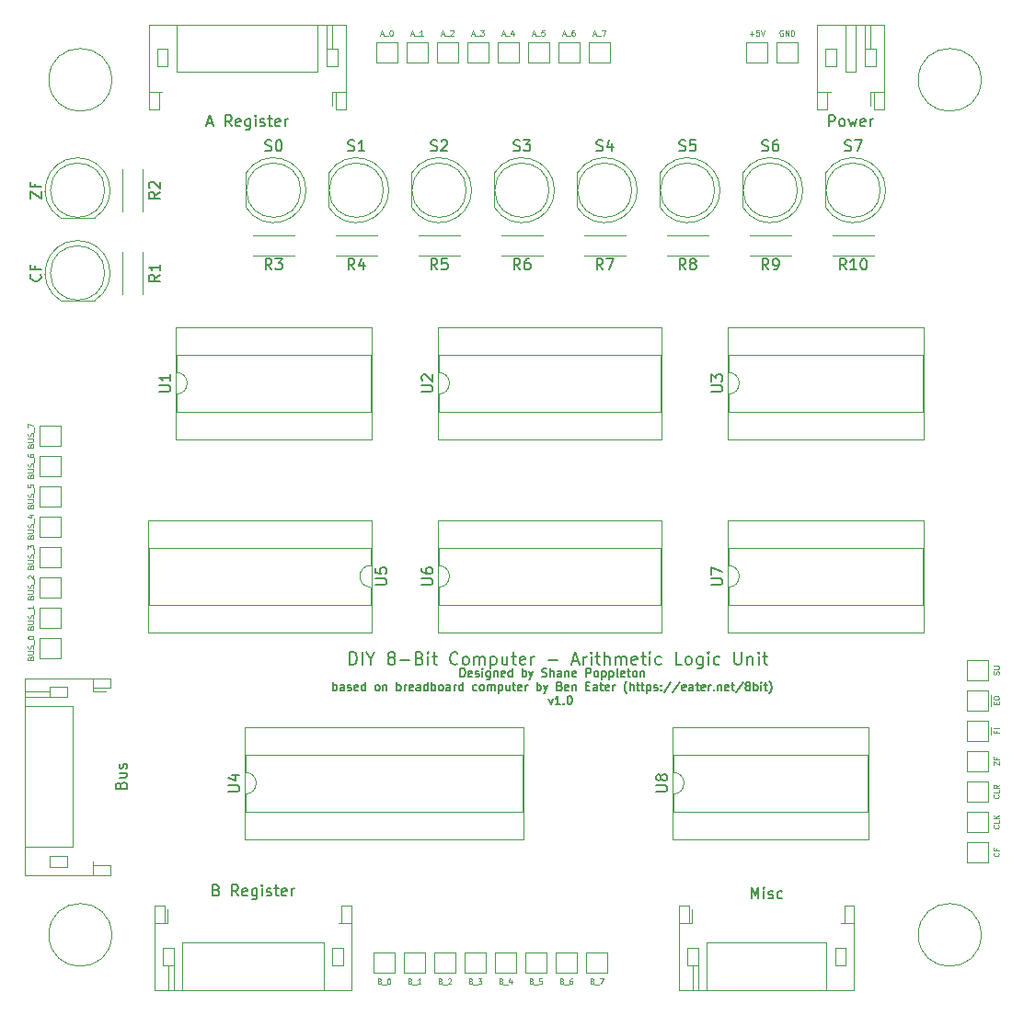
<source format=gbr>
G04 #@! TF.GenerationSoftware,KiCad,Pcbnew,(5.1.2-1)-1*
G04 #@! TF.CreationDate,2019-08-26T08:05:41+10:00*
G04 #@! TF.ProjectId,alu,616c752e-6b69-4636-9164-5f7063625858,rev?*
G04 #@! TF.SameCoordinates,Original*
G04 #@! TF.FileFunction,Legend,Top*
G04 #@! TF.FilePolarity,Positive*
%FSLAX46Y46*%
G04 Gerber Fmt 4.6, Leading zero omitted, Abs format (unit mm)*
G04 Created by KiCad (PCBNEW (5.1.2-1)-1) date 2019-08-26 08:05:41*
%MOMM*%
%LPD*%
G04 APERTURE LIST*
%ADD10C,0.127000*%
%ADD11C,0.100000*%
%ADD12C,0.120000*%
%ADD13C,0.150000*%
%ADD14C,0.101600*%
G04 APERTURE END LIST*
D10*
X72317428Y-93816714D02*
X72498857Y-94324714D01*
X72680285Y-93816714D01*
X73369714Y-94324714D02*
X72934285Y-94324714D01*
X73152000Y-94324714D02*
X73152000Y-93562714D01*
X73079428Y-93671571D01*
X73006857Y-93744142D01*
X72934285Y-93780428D01*
X73696285Y-94252142D02*
X73732571Y-94288428D01*
X73696285Y-94324714D01*
X73660000Y-94288428D01*
X73696285Y-94252142D01*
X73696285Y-94324714D01*
X74204285Y-93562714D02*
X74276857Y-93562714D01*
X74349428Y-93599000D01*
X74385714Y-93635285D01*
X74422000Y-93707857D01*
X74458285Y-93853000D01*
X74458285Y-94034428D01*
X74422000Y-94179571D01*
X74385714Y-94252142D01*
X74349428Y-94288428D01*
X74276857Y-94324714D01*
X74204285Y-94324714D01*
X74131714Y-94288428D01*
X74095428Y-94252142D01*
X74059142Y-94179571D01*
X74022857Y-94034428D01*
X74022857Y-93853000D01*
X74059142Y-93707857D01*
X74095428Y-93635285D01*
X74131714Y-93599000D01*
X74204285Y-93562714D01*
X64189428Y-91784714D02*
X64189428Y-91022714D01*
X64370857Y-91022714D01*
X64479714Y-91059000D01*
X64552285Y-91131571D01*
X64588571Y-91204142D01*
X64624857Y-91349285D01*
X64624857Y-91458142D01*
X64588571Y-91603285D01*
X64552285Y-91675857D01*
X64479714Y-91748428D01*
X64370857Y-91784714D01*
X64189428Y-91784714D01*
X65241714Y-91748428D02*
X65169142Y-91784714D01*
X65024000Y-91784714D01*
X64951428Y-91748428D01*
X64915142Y-91675857D01*
X64915142Y-91385571D01*
X64951428Y-91313000D01*
X65024000Y-91276714D01*
X65169142Y-91276714D01*
X65241714Y-91313000D01*
X65278000Y-91385571D01*
X65278000Y-91458142D01*
X64915142Y-91530714D01*
X65568285Y-91748428D02*
X65640857Y-91784714D01*
X65786000Y-91784714D01*
X65858571Y-91748428D01*
X65894857Y-91675857D01*
X65894857Y-91639571D01*
X65858571Y-91567000D01*
X65786000Y-91530714D01*
X65677142Y-91530714D01*
X65604571Y-91494428D01*
X65568285Y-91421857D01*
X65568285Y-91385571D01*
X65604571Y-91313000D01*
X65677142Y-91276714D01*
X65786000Y-91276714D01*
X65858571Y-91313000D01*
X66221428Y-91784714D02*
X66221428Y-91276714D01*
X66221428Y-91022714D02*
X66185142Y-91059000D01*
X66221428Y-91095285D01*
X66257714Y-91059000D01*
X66221428Y-91022714D01*
X66221428Y-91095285D01*
X66910857Y-91276714D02*
X66910857Y-91893571D01*
X66874571Y-91966142D01*
X66838285Y-92002428D01*
X66765714Y-92038714D01*
X66656857Y-92038714D01*
X66584285Y-92002428D01*
X66910857Y-91748428D02*
X66838285Y-91784714D01*
X66693142Y-91784714D01*
X66620571Y-91748428D01*
X66584285Y-91712142D01*
X66548000Y-91639571D01*
X66548000Y-91421857D01*
X66584285Y-91349285D01*
X66620571Y-91313000D01*
X66693142Y-91276714D01*
X66838285Y-91276714D01*
X66910857Y-91313000D01*
X67273714Y-91276714D02*
X67273714Y-91784714D01*
X67273714Y-91349285D02*
X67310000Y-91313000D01*
X67382571Y-91276714D01*
X67491428Y-91276714D01*
X67564000Y-91313000D01*
X67600285Y-91385571D01*
X67600285Y-91784714D01*
X68253428Y-91748428D02*
X68180857Y-91784714D01*
X68035714Y-91784714D01*
X67963142Y-91748428D01*
X67926857Y-91675857D01*
X67926857Y-91385571D01*
X67963142Y-91313000D01*
X68035714Y-91276714D01*
X68180857Y-91276714D01*
X68253428Y-91313000D01*
X68289714Y-91385571D01*
X68289714Y-91458142D01*
X67926857Y-91530714D01*
X68942857Y-91784714D02*
X68942857Y-91022714D01*
X68942857Y-91748428D02*
X68870285Y-91784714D01*
X68725142Y-91784714D01*
X68652571Y-91748428D01*
X68616285Y-91712142D01*
X68580000Y-91639571D01*
X68580000Y-91421857D01*
X68616285Y-91349285D01*
X68652571Y-91313000D01*
X68725142Y-91276714D01*
X68870285Y-91276714D01*
X68942857Y-91313000D01*
X69886285Y-91784714D02*
X69886285Y-91022714D01*
X69886285Y-91313000D02*
X69958857Y-91276714D01*
X70104000Y-91276714D01*
X70176571Y-91313000D01*
X70212857Y-91349285D01*
X70249142Y-91421857D01*
X70249142Y-91639571D01*
X70212857Y-91712142D01*
X70176571Y-91748428D01*
X70104000Y-91784714D01*
X69958857Y-91784714D01*
X69886285Y-91748428D01*
X70503142Y-91276714D02*
X70684571Y-91784714D01*
X70866000Y-91276714D02*
X70684571Y-91784714D01*
X70612000Y-91966142D01*
X70575714Y-92002428D01*
X70503142Y-92038714D01*
X71700571Y-91748428D02*
X71809428Y-91784714D01*
X71990857Y-91784714D01*
X72063428Y-91748428D01*
X72099714Y-91712142D01*
X72136000Y-91639571D01*
X72136000Y-91567000D01*
X72099714Y-91494428D01*
X72063428Y-91458142D01*
X71990857Y-91421857D01*
X71845714Y-91385571D01*
X71773142Y-91349285D01*
X71736857Y-91313000D01*
X71700571Y-91240428D01*
X71700571Y-91167857D01*
X71736857Y-91095285D01*
X71773142Y-91059000D01*
X71845714Y-91022714D01*
X72027142Y-91022714D01*
X72136000Y-91059000D01*
X72462571Y-91784714D02*
X72462571Y-91022714D01*
X72789142Y-91784714D02*
X72789142Y-91385571D01*
X72752857Y-91313000D01*
X72680285Y-91276714D01*
X72571428Y-91276714D01*
X72498857Y-91313000D01*
X72462571Y-91349285D01*
X73478571Y-91784714D02*
X73478571Y-91385571D01*
X73442285Y-91313000D01*
X73369714Y-91276714D01*
X73224571Y-91276714D01*
X73152000Y-91313000D01*
X73478571Y-91748428D02*
X73406000Y-91784714D01*
X73224571Y-91784714D01*
X73152000Y-91748428D01*
X73115714Y-91675857D01*
X73115714Y-91603285D01*
X73152000Y-91530714D01*
X73224571Y-91494428D01*
X73406000Y-91494428D01*
X73478571Y-91458142D01*
X73841428Y-91276714D02*
X73841428Y-91784714D01*
X73841428Y-91349285D02*
X73877714Y-91313000D01*
X73950285Y-91276714D01*
X74059142Y-91276714D01*
X74131714Y-91313000D01*
X74168000Y-91385571D01*
X74168000Y-91784714D01*
X74821142Y-91748428D02*
X74748571Y-91784714D01*
X74603428Y-91784714D01*
X74530857Y-91748428D01*
X74494571Y-91675857D01*
X74494571Y-91385571D01*
X74530857Y-91313000D01*
X74603428Y-91276714D01*
X74748571Y-91276714D01*
X74821142Y-91313000D01*
X74857428Y-91385571D01*
X74857428Y-91458142D01*
X74494571Y-91530714D01*
X75764571Y-91784714D02*
X75764571Y-91022714D01*
X76054857Y-91022714D01*
X76127428Y-91059000D01*
X76163714Y-91095285D01*
X76200000Y-91167857D01*
X76200000Y-91276714D01*
X76163714Y-91349285D01*
X76127428Y-91385571D01*
X76054857Y-91421857D01*
X75764571Y-91421857D01*
X76635428Y-91784714D02*
X76562857Y-91748428D01*
X76526571Y-91712142D01*
X76490285Y-91639571D01*
X76490285Y-91421857D01*
X76526571Y-91349285D01*
X76562857Y-91313000D01*
X76635428Y-91276714D01*
X76744285Y-91276714D01*
X76816857Y-91313000D01*
X76853142Y-91349285D01*
X76889428Y-91421857D01*
X76889428Y-91639571D01*
X76853142Y-91712142D01*
X76816857Y-91748428D01*
X76744285Y-91784714D01*
X76635428Y-91784714D01*
X77216000Y-91276714D02*
X77216000Y-92038714D01*
X77216000Y-91313000D02*
X77288571Y-91276714D01*
X77433714Y-91276714D01*
X77506285Y-91313000D01*
X77542571Y-91349285D01*
X77578857Y-91421857D01*
X77578857Y-91639571D01*
X77542571Y-91712142D01*
X77506285Y-91748428D01*
X77433714Y-91784714D01*
X77288571Y-91784714D01*
X77216000Y-91748428D01*
X77905428Y-91276714D02*
X77905428Y-92038714D01*
X77905428Y-91313000D02*
X77978000Y-91276714D01*
X78123142Y-91276714D01*
X78195714Y-91313000D01*
X78232000Y-91349285D01*
X78268285Y-91421857D01*
X78268285Y-91639571D01*
X78232000Y-91712142D01*
X78195714Y-91748428D01*
X78123142Y-91784714D01*
X77978000Y-91784714D01*
X77905428Y-91748428D01*
X78703714Y-91784714D02*
X78631142Y-91748428D01*
X78594857Y-91675857D01*
X78594857Y-91022714D01*
X79284285Y-91748428D02*
X79211714Y-91784714D01*
X79066571Y-91784714D01*
X78994000Y-91748428D01*
X78957714Y-91675857D01*
X78957714Y-91385571D01*
X78994000Y-91313000D01*
X79066571Y-91276714D01*
X79211714Y-91276714D01*
X79284285Y-91313000D01*
X79320571Y-91385571D01*
X79320571Y-91458142D01*
X78957714Y-91530714D01*
X79538285Y-91276714D02*
X79828571Y-91276714D01*
X79647142Y-91022714D02*
X79647142Y-91675857D01*
X79683428Y-91748428D01*
X79756000Y-91784714D01*
X79828571Y-91784714D01*
X80191428Y-91784714D02*
X80118857Y-91748428D01*
X80082571Y-91712142D01*
X80046285Y-91639571D01*
X80046285Y-91421857D01*
X80082571Y-91349285D01*
X80118857Y-91313000D01*
X80191428Y-91276714D01*
X80300285Y-91276714D01*
X80372857Y-91313000D01*
X80409142Y-91349285D01*
X80445428Y-91421857D01*
X80445428Y-91639571D01*
X80409142Y-91712142D01*
X80372857Y-91748428D01*
X80300285Y-91784714D01*
X80191428Y-91784714D01*
X80772000Y-91276714D02*
X80772000Y-91784714D01*
X80772000Y-91349285D02*
X80808285Y-91313000D01*
X80880857Y-91276714D01*
X80989714Y-91276714D01*
X81062285Y-91313000D01*
X81098571Y-91385571D01*
X81098571Y-91784714D01*
X52469142Y-93054714D02*
X52469142Y-92292714D01*
X52469142Y-92583000D02*
X52541714Y-92546714D01*
X52686857Y-92546714D01*
X52759428Y-92583000D01*
X52795714Y-92619285D01*
X52832000Y-92691857D01*
X52832000Y-92909571D01*
X52795714Y-92982142D01*
X52759428Y-93018428D01*
X52686857Y-93054714D01*
X52541714Y-93054714D01*
X52469142Y-93018428D01*
X53485142Y-93054714D02*
X53485142Y-92655571D01*
X53448857Y-92583000D01*
X53376285Y-92546714D01*
X53231142Y-92546714D01*
X53158571Y-92583000D01*
X53485142Y-93018428D02*
X53412571Y-93054714D01*
X53231142Y-93054714D01*
X53158571Y-93018428D01*
X53122285Y-92945857D01*
X53122285Y-92873285D01*
X53158571Y-92800714D01*
X53231142Y-92764428D01*
X53412571Y-92764428D01*
X53485142Y-92728142D01*
X53811714Y-93018428D02*
X53884285Y-93054714D01*
X54029428Y-93054714D01*
X54102000Y-93018428D01*
X54138285Y-92945857D01*
X54138285Y-92909571D01*
X54102000Y-92837000D01*
X54029428Y-92800714D01*
X53920571Y-92800714D01*
X53848000Y-92764428D01*
X53811714Y-92691857D01*
X53811714Y-92655571D01*
X53848000Y-92583000D01*
X53920571Y-92546714D01*
X54029428Y-92546714D01*
X54102000Y-92583000D01*
X54755142Y-93018428D02*
X54682571Y-93054714D01*
X54537428Y-93054714D01*
X54464857Y-93018428D01*
X54428571Y-92945857D01*
X54428571Y-92655571D01*
X54464857Y-92583000D01*
X54537428Y-92546714D01*
X54682571Y-92546714D01*
X54755142Y-92583000D01*
X54791428Y-92655571D01*
X54791428Y-92728142D01*
X54428571Y-92800714D01*
X55444571Y-93054714D02*
X55444571Y-92292714D01*
X55444571Y-93018428D02*
X55372000Y-93054714D01*
X55226857Y-93054714D01*
X55154285Y-93018428D01*
X55118000Y-92982142D01*
X55081714Y-92909571D01*
X55081714Y-92691857D01*
X55118000Y-92619285D01*
X55154285Y-92583000D01*
X55226857Y-92546714D01*
X55372000Y-92546714D01*
X55444571Y-92583000D01*
X56496857Y-93054714D02*
X56424285Y-93018428D01*
X56388000Y-92982142D01*
X56351714Y-92909571D01*
X56351714Y-92691857D01*
X56388000Y-92619285D01*
X56424285Y-92583000D01*
X56496857Y-92546714D01*
X56605714Y-92546714D01*
X56678285Y-92583000D01*
X56714571Y-92619285D01*
X56750857Y-92691857D01*
X56750857Y-92909571D01*
X56714571Y-92982142D01*
X56678285Y-93018428D01*
X56605714Y-93054714D01*
X56496857Y-93054714D01*
X57077428Y-92546714D02*
X57077428Y-93054714D01*
X57077428Y-92619285D02*
X57113714Y-92583000D01*
X57186285Y-92546714D01*
X57295142Y-92546714D01*
X57367714Y-92583000D01*
X57404000Y-92655571D01*
X57404000Y-93054714D01*
X58347428Y-93054714D02*
X58347428Y-92292714D01*
X58347428Y-92583000D02*
X58420000Y-92546714D01*
X58565142Y-92546714D01*
X58637714Y-92583000D01*
X58674000Y-92619285D01*
X58710285Y-92691857D01*
X58710285Y-92909571D01*
X58674000Y-92982142D01*
X58637714Y-93018428D01*
X58565142Y-93054714D01*
X58420000Y-93054714D01*
X58347428Y-93018428D01*
X59036857Y-93054714D02*
X59036857Y-92546714D01*
X59036857Y-92691857D02*
X59073142Y-92619285D01*
X59109428Y-92583000D01*
X59182000Y-92546714D01*
X59254571Y-92546714D01*
X59798857Y-93018428D02*
X59726285Y-93054714D01*
X59581142Y-93054714D01*
X59508571Y-93018428D01*
X59472285Y-92945857D01*
X59472285Y-92655571D01*
X59508571Y-92583000D01*
X59581142Y-92546714D01*
X59726285Y-92546714D01*
X59798857Y-92583000D01*
X59835142Y-92655571D01*
X59835142Y-92728142D01*
X59472285Y-92800714D01*
X60488285Y-93054714D02*
X60488285Y-92655571D01*
X60452000Y-92583000D01*
X60379428Y-92546714D01*
X60234285Y-92546714D01*
X60161714Y-92583000D01*
X60488285Y-93018428D02*
X60415714Y-93054714D01*
X60234285Y-93054714D01*
X60161714Y-93018428D01*
X60125428Y-92945857D01*
X60125428Y-92873285D01*
X60161714Y-92800714D01*
X60234285Y-92764428D01*
X60415714Y-92764428D01*
X60488285Y-92728142D01*
X61177714Y-93054714D02*
X61177714Y-92292714D01*
X61177714Y-93018428D02*
X61105142Y-93054714D01*
X60960000Y-93054714D01*
X60887428Y-93018428D01*
X60851142Y-92982142D01*
X60814857Y-92909571D01*
X60814857Y-92691857D01*
X60851142Y-92619285D01*
X60887428Y-92583000D01*
X60960000Y-92546714D01*
X61105142Y-92546714D01*
X61177714Y-92583000D01*
X61540571Y-93054714D02*
X61540571Y-92292714D01*
X61540571Y-92583000D02*
X61613142Y-92546714D01*
X61758285Y-92546714D01*
X61830857Y-92583000D01*
X61867142Y-92619285D01*
X61903428Y-92691857D01*
X61903428Y-92909571D01*
X61867142Y-92982142D01*
X61830857Y-93018428D01*
X61758285Y-93054714D01*
X61613142Y-93054714D01*
X61540571Y-93018428D01*
X62338857Y-93054714D02*
X62266285Y-93018428D01*
X62230000Y-92982142D01*
X62193714Y-92909571D01*
X62193714Y-92691857D01*
X62230000Y-92619285D01*
X62266285Y-92583000D01*
X62338857Y-92546714D01*
X62447714Y-92546714D01*
X62520285Y-92583000D01*
X62556571Y-92619285D01*
X62592857Y-92691857D01*
X62592857Y-92909571D01*
X62556571Y-92982142D01*
X62520285Y-93018428D01*
X62447714Y-93054714D01*
X62338857Y-93054714D01*
X63246000Y-93054714D02*
X63246000Y-92655571D01*
X63209714Y-92583000D01*
X63137142Y-92546714D01*
X62992000Y-92546714D01*
X62919428Y-92583000D01*
X63246000Y-93018428D02*
X63173428Y-93054714D01*
X62992000Y-93054714D01*
X62919428Y-93018428D01*
X62883142Y-92945857D01*
X62883142Y-92873285D01*
X62919428Y-92800714D01*
X62992000Y-92764428D01*
X63173428Y-92764428D01*
X63246000Y-92728142D01*
X63608857Y-93054714D02*
X63608857Y-92546714D01*
X63608857Y-92691857D02*
X63645142Y-92619285D01*
X63681428Y-92583000D01*
X63754000Y-92546714D01*
X63826571Y-92546714D01*
X64407142Y-93054714D02*
X64407142Y-92292714D01*
X64407142Y-93018428D02*
X64334571Y-93054714D01*
X64189428Y-93054714D01*
X64116857Y-93018428D01*
X64080571Y-92982142D01*
X64044285Y-92909571D01*
X64044285Y-92691857D01*
X64080571Y-92619285D01*
X64116857Y-92583000D01*
X64189428Y-92546714D01*
X64334571Y-92546714D01*
X64407142Y-92583000D01*
X65677142Y-93018428D02*
X65604571Y-93054714D01*
X65459428Y-93054714D01*
X65386857Y-93018428D01*
X65350571Y-92982142D01*
X65314285Y-92909571D01*
X65314285Y-92691857D01*
X65350571Y-92619285D01*
X65386857Y-92583000D01*
X65459428Y-92546714D01*
X65604571Y-92546714D01*
X65677142Y-92583000D01*
X66112571Y-93054714D02*
X66040000Y-93018428D01*
X66003714Y-92982142D01*
X65967428Y-92909571D01*
X65967428Y-92691857D01*
X66003714Y-92619285D01*
X66040000Y-92583000D01*
X66112571Y-92546714D01*
X66221428Y-92546714D01*
X66294000Y-92583000D01*
X66330285Y-92619285D01*
X66366571Y-92691857D01*
X66366571Y-92909571D01*
X66330285Y-92982142D01*
X66294000Y-93018428D01*
X66221428Y-93054714D01*
X66112571Y-93054714D01*
X66693142Y-93054714D02*
X66693142Y-92546714D01*
X66693142Y-92619285D02*
X66729428Y-92583000D01*
X66802000Y-92546714D01*
X66910857Y-92546714D01*
X66983428Y-92583000D01*
X67019714Y-92655571D01*
X67019714Y-93054714D01*
X67019714Y-92655571D02*
X67056000Y-92583000D01*
X67128571Y-92546714D01*
X67237428Y-92546714D01*
X67310000Y-92583000D01*
X67346285Y-92655571D01*
X67346285Y-93054714D01*
X67709142Y-92546714D02*
X67709142Y-93308714D01*
X67709142Y-92583000D02*
X67781714Y-92546714D01*
X67926857Y-92546714D01*
X67999428Y-92583000D01*
X68035714Y-92619285D01*
X68072000Y-92691857D01*
X68072000Y-92909571D01*
X68035714Y-92982142D01*
X67999428Y-93018428D01*
X67926857Y-93054714D01*
X67781714Y-93054714D01*
X67709142Y-93018428D01*
X68725142Y-92546714D02*
X68725142Y-93054714D01*
X68398571Y-92546714D02*
X68398571Y-92945857D01*
X68434857Y-93018428D01*
X68507428Y-93054714D01*
X68616285Y-93054714D01*
X68688857Y-93018428D01*
X68725142Y-92982142D01*
X68979142Y-92546714D02*
X69269428Y-92546714D01*
X69088000Y-92292714D02*
X69088000Y-92945857D01*
X69124285Y-93018428D01*
X69196857Y-93054714D01*
X69269428Y-93054714D01*
X69813714Y-93018428D02*
X69741142Y-93054714D01*
X69596000Y-93054714D01*
X69523428Y-93018428D01*
X69487142Y-92945857D01*
X69487142Y-92655571D01*
X69523428Y-92583000D01*
X69596000Y-92546714D01*
X69741142Y-92546714D01*
X69813714Y-92583000D01*
X69850000Y-92655571D01*
X69850000Y-92728142D01*
X69487142Y-92800714D01*
X70176571Y-93054714D02*
X70176571Y-92546714D01*
X70176571Y-92691857D02*
X70212857Y-92619285D01*
X70249142Y-92583000D01*
X70321714Y-92546714D01*
X70394285Y-92546714D01*
X71228857Y-93054714D02*
X71228857Y-92292714D01*
X71228857Y-92583000D02*
X71301428Y-92546714D01*
X71446571Y-92546714D01*
X71519142Y-92583000D01*
X71555428Y-92619285D01*
X71591714Y-92691857D01*
X71591714Y-92909571D01*
X71555428Y-92982142D01*
X71519142Y-93018428D01*
X71446571Y-93054714D01*
X71301428Y-93054714D01*
X71228857Y-93018428D01*
X71845714Y-92546714D02*
X72027142Y-93054714D01*
X72208571Y-92546714D02*
X72027142Y-93054714D01*
X71954571Y-93236142D01*
X71918285Y-93272428D01*
X71845714Y-93308714D01*
X73333428Y-92655571D02*
X73442285Y-92691857D01*
X73478571Y-92728142D01*
X73514857Y-92800714D01*
X73514857Y-92909571D01*
X73478571Y-92982142D01*
X73442285Y-93018428D01*
X73369714Y-93054714D01*
X73079428Y-93054714D01*
X73079428Y-92292714D01*
X73333428Y-92292714D01*
X73406000Y-92329000D01*
X73442285Y-92365285D01*
X73478571Y-92437857D01*
X73478571Y-92510428D01*
X73442285Y-92583000D01*
X73406000Y-92619285D01*
X73333428Y-92655571D01*
X73079428Y-92655571D01*
X74131714Y-93018428D02*
X74059142Y-93054714D01*
X73914000Y-93054714D01*
X73841428Y-93018428D01*
X73805142Y-92945857D01*
X73805142Y-92655571D01*
X73841428Y-92583000D01*
X73914000Y-92546714D01*
X74059142Y-92546714D01*
X74131714Y-92583000D01*
X74168000Y-92655571D01*
X74168000Y-92728142D01*
X73805142Y-92800714D01*
X74494571Y-92546714D02*
X74494571Y-93054714D01*
X74494571Y-92619285D02*
X74530857Y-92583000D01*
X74603428Y-92546714D01*
X74712285Y-92546714D01*
X74784857Y-92583000D01*
X74821142Y-92655571D01*
X74821142Y-93054714D01*
X75764571Y-92655571D02*
X76018571Y-92655571D01*
X76127428Y-93054714D02*
X75764571Y-93054714D01*
X75764571Y-92292714D01*
X76127428Y-92292714D01*
X76780571Y-93054714D02*
X76780571Y-92655571D01*
X76744285Y-92583000D01*
X76671714Y-92546714D01*
X76526571Y-92546714D01*
X76454000Y-92583000D01*
X76780571Y-93018428D02*
X76708000Y-93054714D01*
X76526571Y-93054714D01*
X76454000Y-93018428D01*
X76417714Y-92945857D01*
X76417714Y-92873285D01*
X76454000Y-92800714D01*
X76526571Y-92764428D01*
X76708000Y-92764428D01*
X76780571Y-92728142D01*
X77034571Y-92546714D02*
X77324857Y-92546714D01*
X77143428Y-92292714D02*
X77143428Y-92945857D01*
X77179714Y-93018428D01*
X77252285Y-93054714D01*
X77324857Y-93054714D01*
X77869142Y-93018428D02*
X77796571Y-93054714D01*
X77651428Y-93054714D01*
X77578857Y-93018428D01*
X77542571Y-92945857D01*
X77542571Y-92655571D01*
X77578857Y-92583000D01*
X77651428Y-92546714D01*
X77796571Y-92546714D01*
X77869142Y-92583000D01*
X77905428Y-92655571D01*
X77905428Y-92728142D01*
X77542571Y-92800714D01*
X78232000Y-93054714D02*
X78232000Y-92546714D01*
X78232000Y-92691857D02*
X78268285Y-92619285D01*
X78304571Y-92583000D01*
X78377142Y-92546714D01*
X78449714Y-92546714D01*
X79502000Y-93345000D02*
X79465714Y-93308714D01*
X79393142Y-93199857D01*
X79356857Y-93127285D01*
X79320571Y-93018428D01*
X79284285Y-92837000D01*
X79284285Y-92691857D01*
X79320571Y-92510428D01*
X79356857Y-92401571D01*
X79393142Y-92329000D01*
X79465714Y-92220142D01*
X79502000Y-92183857D01*
X79792285Y-93054714D02*
X79792285Y-92292714D01*
X80118857Y-93054714D02*
X80118857Y-92655571D01*
X80082571Y-92583000D01*
X80010000Y-92546714D01*
X79901142Y-92546714D01*
X79828571Y-92583000D01*
X79792285Y-92619285D01*
X80372857Y-92546714D02*
X80663142Y-92546714D01*
X80481714Y-92292714D02*
X80481714Y-92945857D01*
X80518000Y-93018428D01*
X80590571Y-93054714D01*
X80663142Y-93054714D01*
X80808285Y-92546714D02*
X81098571Y-92546714D01*
X80917142Y-92292714D02*
X80917142Y-92945857D01*
X80953428Y-93018428D01*
X81026000Y-93054714D01*
X81098571Y-93054714D01*
X81352571Y-92546714D02*
X81352571Y-93308714D01*
X81352571Y-92583000D02*
X81425142Y-92546714D01*
X81570285Y-92546714D01*
X81642857Y-92583000D01*
X81679142Y-92619285D01*
X81715428Y-92691857D01*
X81715428Y-92909571D01*
X81679142Y-92982142D01*
X81642857Y-93018428D01*
X81570285Y-93054714D01*
X81425142Y-93054714D01*
X81352571Y-93018428D01*
X82005714Y-93018428D02*
X82078285Y-93054714D01*
X82223428Y-93054714D01*
X82296000Y-93018428D01*
X82332285Y-92945857D01*
X82332285Y-92909571D01*
X82296000Y-92837000D01*
X82223428Y-92800714D01*
X82114571Y-92800714D01*
X82042000Y-92764428D01*
X82005714Y-92691857D01*
X82005714Y-92655571D01*
X82042000Y-92583000D01*
X82114571Y-92546714D01*
X82223428Y-92546714D01*
X82296000Y-92583000D01*
X82658857Y-92982142D02*
X82695142Y-93018428D01*
X82658857Y-93054714D01*
X82622571Y-93018428D01*
X82658857Y-92982142D01*
X82658857Y-93054714D01*
X82658857Y-92583000D02*
X82695142Y-92619285D01*
X82658857Y-92655571D01*
X82622571Y-92619285D01*
X82658857Y-92583000D01*
X82658857Y-92655571D01*
X83566000Y-92256428D02*
X82912857Y-93236142D01*
X84364285Y-92256428D02*
X83711142Y-93236142D01*
X84908571Y-93018428D02*
X84836000Y-93054714D01*
X84690857Y-93054714D01*
X84618285Y-93018428D01*
X84582000Y-92945857D01*
X84582000Y-92655571D01*
X84618285Y-92583000D01*
X84690857Y-92546714D01*
X84836000Y-92546714D01*
X84908571Y-92583000D01*
X84944857Y-92655571D01*
X84944857Y-92728142D01*
X84582000Y-92800714D01*
X85598000Y-93054714D02*
X85598000Y-92655571D01*
X85561714Y-92583000D01*
X85489142Y-92546714D01*
X85344000Y-92546714D01*
X85271428Y-92583000D01*
X85598000Y-93018428D02*
X85525428Y-93054714D01*
X85344000Y-93054714D01*
X85271428Y-93018428D01*
X85235142Y-92945857D01*
X85235142Y-92873285D01*
X85271428Y-92800714D01*
X85344000Y-92764428D01*
X85525428Y-92764428D01*
X85598000Y-92728142D01*
X85852000Y-92546714D02*
X86142285Y-92546714D01*
X85960857Y-92292714D02*
X85960857Y-92945857D01*
X85997142Y-93018428D01*
X86069714Y-93054714D01*
X86142285Y-93054714D01*
X86686571Y-93018428D02*
X86614000Y-93054714D01*
X86468857Y-93054714D01*
X86396285Y-93018428D01*
X86360000Y-92945857D01*
X86360000Y-92655571D01*
X86396285Y-92583000D01*
X86468857Y-92546714D01*
X86614000Y-92546714D01*
X86686571Y-92583000D01*
X86722857Y-92655571D01*
X86722857Y-92728142D01*
X86360000Y-92800714D01*
X87049428Y-93054714D02*
X87049428Y-92546714D01*
X87049428Y-92691857D02*
X87085714Y-92619285D01*
X87122000Y-92583000D01*
X87194571Y-92546714D01*
X87267142Y-92546714D01*
X87521142Y-92982142D02*
X87557428Y-93018428D01*
X87521142Y-93054714D01*
X87484857Y-93018428D01*
X87521142Y-92982142D01*
X87521142Y-93054714D01*
X87884000Y-92546714D02*
X87884000Y-93054714D01*
X87884000Y-92619285D02*
X87920285Y-92583000D01*
X87992857Y-92546714D01*
X88101714Y-92546714D01*
X88174285Y-92583000D01*
X88210571Y-92655571D01*
X88210571Y-93054714D01*
X88863714Y-93018428D02*
X88791142Y-93054714D01*
X88646000Y-93054714D01*
X88573428Y-93018428D01*
X88537142Y-92945857D01*
X88537142Y-92655571D01*
X88573428Y-92583000D01*
X88646000Y-92546714D01*
X88791142Y-92546714D01*
X88863714Y-92583000D01*
X88900000Y-92655571D01*
X88900000Y-92728142D01*
X88537142Y-92800714D01*
X89117714Y-92546714D02*
X89408000Y-92546714D01*
X89226571Y-92292714D02*
X89226571Y-92945857D01*
X89262857Y-93018428D01*
X89335428Y-93054714D01*
X89408000Y-93054714D01*
X90206285Y-92256428D02*
X89553142Y-93236142D01*
X90569142Y-92619285D02*
X90496571Y-92583000D01*
X90460285Y-92546714D01*
X90424000Y-92474142D01*
X90424000Y-92437857D01*
X90460285Y-92365285D01*
X90496571Y-92329000D01*
X90569142Y-92292714D01*
X90714285Y-92292714D01*
X90786857Y-92329000D01*
X90823142Y-92365285D01*
X90859428Y-92437857D01*
X90859428Y-92474142D01*
X90823142Y-92546714D01*
X90786857Y-92583000D01*
X90714285Y-92619285D01*
X90569142Y-92619285D01*
X90496571Y-92655571D01*
X90460285Y-92691857D01*
X90424000Y-92764428D01*
X90424000Y-92909571D01*
X90460285Y-92982142D01*
X90496571Y-93018428D01*
X90569142Y-93054714D01*
X90714285Y-93054714D01*
X90786857Y-93018428D01*
X90823142Y-92982142D01*
X90859428Y-92909571D01*
X90859428Y-92764428D01*
X90823142Y-92691857D01*
X90786857Y-92655571D01*
X90714285Y-92619285D01*
X91186000Y-93054714D02*
X91186000Y-92292714D01*
X91186000Y-92583000D02*
X91258571Y-92546714D01*
X91403714Y-92546714D01*
X91476285Y-92583000D01*
X91512571Y-92619285D01*
X91548857Y-92691857D01*
X91548857Y-92909571D01*
X91512571Y-92982142D01*
X91476285Y-93018428D01*
X91403714Y-93054714D01*
X91258571Y-93054714D01*
X91186000Y-93018428D01*
X91875428Y-93054714D02*
X91875428Y-92546714D01*
X91875428Y-92292714D02*
X91839142Y-92329000D01*
X91875428Y-92365285D01*
X91911714Y-92329000D01*
X91875428Y-92292714D01*
X91875428Y-92365285D01*
X92129428Y-92546714D02*
X92419714Y-92546714D01*
X92238285Y-92292714D02*
X92238285Y-92945857D01*
X92274571Y-93018428D01*
X92347142Y-93054714D01*
X92419714Y-93054714D01*
X92601142Y-93345000D02*
X92637428Y-93308714D01*
X92710000Y-93199857D01*
X92746285Y-93127285D01*
X92782571Y-93018428D01*
X92818857Y-92837000D01*
X92818857Y-92691857D01*
X92782571Y-92510428D01*
X92746285Y-92401571D01*
X92710000Y-92329000D01*
X92637428Y-92220142D01*
X92601142Y-92183857D01*
X54020357Y-90687071D02*
X54020357Y-89544071D01*
X54292500Y-89544071D01*
X54455785Y-89598500D01*
X54564642Y-89707357D01*
X54619071Y-89816214D01*
X54673500Y-90033928D01*
X54673500Y-90197214D01*
X54619071Y-90414928D01*
X54564642Y-90523785D01*
X54455785Y-90632642D01*
X54292500Y-90687071D01*
X54020357Y-90687071D01*
X55163357Y-90687071D02*
X55163357Y-89544071D01*
X55925357Y-90142785D02*
X55925357Y-90687071D01*
X55544357Y-89544071D02*
X55925357Y-90142785D01*
X56306357Y-89544071D01*
X57721500Y-90033928D02*
X57612642Y-89979500D01*
X57558214Y-89925071D01*
X57503785Y-89816214D01*
X57503785Y-89761785D01*
X57558214Y-89652928D01*
X57612642Y-89598500D01*
X57721500Y-89544071D01*
X57939214Y-89544071D01*
X58048071Y-89598500D01*
X58102500Y-89652928D01*
X58156928Y-89761785D01*
X58156928Y-89816214D01*
X58102500Y-89925071D01*
X58048071Y-89979500D01*
X57939214Y-90033928D01*
X57721500Y-90033928D01*
X57612642Y-90088357D01*
X57558214Y-90142785D01*
X57503785Y-90251642D01*
X57503785Y-90469357D01*
X57558214Y-90578214D01*
X57612642Y-90632642D01*
X57721500Y-90687071D01*
X57939214Y-90687071D01*
X58048071Y-90632642D01*
X58102500Y-90578214D01*
X58156928Y-90469357D01*
X58156928Y-90251642D01*
X58102500Y-90142785D01*
X58048071Y-90088357D01*
X57939214Y-90033928D01*
X58646785Y-90251642D02*
X59517642Y-90251642D01*
X60442928Y-90088357D02*
X60606214Y-90142785D01*
X60660642Y-90197214D01*
X60715071Y-90306071D01*
X60715071Y-90469357D01*
X60660642Y-90578214D01*
X60606214Y-90632642D01*
X60497357Y-90687071D01*
X60061928Y-90687071D01*
X60061928Y-89544071D01*
X60442928Y-89544071D01*
X60551785Y-89598500D01*
X60606214Y-89652928D01*
X60660642Y-89761785D01*
X60660642Y-89870642D01*
X60606214Y-89979500D01*
X60551785Y-90033928D01*
X60442928Y-90088357D01*
X60061928Y-90088357D01*
X61204928Y-90687071D02*
X61204928Y-89925071D01*
X61204928Y-89544071D02*
X61150500Y-89598500D01*
X61204928Y-89652928D01*
X61259357Y-89598500D01*
X61204928Y-89544071D01*
X61204928Y-89652928D01*
X61585928Y-89925071D02*
X62021357Y-89925071D01*
X61749214Y-89544071D02*
X61749214Y-90523785D01*
X61803642Y-90632642D01*
X61912500Y-90687071D01*
X62021357Y-90687071D01*
X63926357Y-90578214D02*
X63871928Y-90632642D01*
X63708642Y-90687071D01*
X63599785Y-90687071D01*
X63436500Y-90632642D01*
X63327642Y-90523785D01*
X63273214Y-90414928D01*
X63218785Y-90197214D01*
X63218785Y-90033928D01*
X63273214Y-89816214D01*
X63327642Y-89707357D01*
X63436500Y-89598500D01*
X63599785Y-89544071D01*
X63708642Y-89544071D01*
X63871928Y-89598500D01*
X63926357Y-89652928D01*
X64579500Y-90687071D02*
X64470642Y-90632642D01*
X64416214Y-90578214D01*
X64361785Y-90469357D01*
X64361785Y-90142785D01*
X64416214Y-90033928D01*
X64470642Y-89979500D01*
X64579500Y-89925071D01*
X64742785Y-89925071D01*
X64851642Y-89979500D01*
X64906071Y-90033928D01*
X64960500Y-90142785D01*
X64960500Y-90469357D01*
X64906071Y-90578214D01*
X64851642Y-90632642D01*
X64742785Y-90687071D01*
X64579500Y-90687071D01*
X65450357Y-90687071D02*
X65450357Y-89925071D01*
X65450357Y-90033928D02*
X65504785Y-89979500D01*
X65613642Y-89925071D01*
X65776928Y-89925071D01*
X65885785Y-89979500D01*
X65940214Y-90088357D01*
X65940214Y-90687071D01*
X65940214Y-90088357D02*
X65994642Y-89979500D01*
X66103500Y-89925071D01*
X66266785Y-89925071D01*
X66375642Y-89979500D01*
X66430071Y-90088357D01*
X66430071Y-90687071D01*
X66974357Y-89925071D02*
X66974357Y-91068071D01*
X66974357Y-89979500D02*
X67083214Y-89925071D01*
X67300928Y-89925071D01*
X67409785Y-89979500D01*
X67464214Y-90033928D01*
X67518642Y-90142785D01*
X67518642Y-90469357D01*
X67464214Y-90578214D01*
X67409785Y-90632642D01*
X67300928Y-90687071D01*
X67083214Y-90687071D01*
X66974357Y-90632642D01*
X68498357Y-89925071D02*
X68498357Y-90687071D01*
X68008500Y-89925071D02*
X68008500Y-90523785D01*
X68062928Y-90632642D01*
X68171785Y-90687071D01*
X68335071Y-90687071D01*
X68443928Y-90632642D01*
X68498357Y-90578214D01*
X68879357Y-89925071D02*
X69314785Y-89925071D01*
X69042642Y-89544071D02*
X69042642Y-90523785D01*
X69097071Y-90632642D01*
X69205928Y-90687071D01*
X69314785Y-90687071D01*
X70131214Y-90632642D02*
X70022357Y-90687071D01*
X69804642Y-90687071D01*
X69695785Y-90632642D01*
X69641357Y-90523785D01*
X69641357Y-90088357D01*
X69695785Y-89979500D01*
X69804642Y-89925071D01*
X70022357Y-89925071D01*
X70131214Y-89979500D01*
X70185642Y-90088357D01*
X70185642Y-90197214D01*
X69641357Y-90306071D01*
X70675500Y-90687071D02*
X70675500Y-89925071D01*
X70675500Y-90142785D02*
X70729928Y-90033928D01*
X70784357Y-89979500D01*
X70893214Y-89925071D01*
X71002071Y-89925071D01*
X72253928Y-90251642D02*
X73124785Y-90251642D01*
X74485500Y-90360500D02*
X75029785Y-90360500D01*
X74376642Y-90687071D02*
X74757642Y-89544071D01*
X75138642Y-90687071D01*
X75519642Y-90687071D02*
X75519642Y-89925071D01*
X75519642Y-90142785D02*
X75574071Y-90033928D01*
X75628500Y-89979500D01*
X75737357Y-89925071D01*
X75846214Y-89925071D01*
X76227214Y-90687071D02*
X76227214Y-89925071D01*
X76227214Y-89544071D02*
X76172785Y-89598500D01*
X76227214Y-89652928D01*
X76281642Y-89598500D01*
X76227214Y-89544071D01*
X76227214Y-89652928D01*
X76608214Y-89925071D02*
X77043642Y-89925071D01*
X76771500Y-89544071D02*
X76771500Y-90523785D01*
X76825928Y-90632642D01*
X76934785Y-90687071D01*
X77043642Y-90687071D01*
X77424642Y-90687071D02*
X77424642Y-89544071D01*
X77914500Y-90687071D02*
X77914500Y-90088357D01*
X77860071Y-89979500D01*
X77751214Y-89925071D01*
X77587928Y-89925071D01*
X77479071Y-89979500D01*
X77424642Y-90033928D01*
X78458785Y-90687071D02*
X78458785Y-89925071D01*
X78458785Y-90033928D02*
X78513214Y-89979500D01*
X78622071Y-89925071D01*
X78785357Y-89925071D01*
X78894214Y-89979500D01*
X78948642Y-90088357D01*
X78948642Y-90687071D01*
X78948642Y-90088357D02*
X79003071Y-89979500D01*
X79111928Y-89925071D01*
X79275214Y-89925071D01*
X79384071Y-89979500D01*
X79438500Y-90088357D01*
X79438500Y-90687071D01*
X80418214Y-90632642D02*
X80309357Y-90687071D01*
X80091642Y-90687071D01*
X79982785Y-90632642D01*
X79928357Y-90523785D01*
X79928357Y-90088357D01*
X79982785Y-89979500D01*
X80091642Y-89925071D01*
X80309357Y-89925071D01*
X80418214Y-89979500D01*
X80472642Y-90088357D01*
X80472642Y-90197214D01*
X79928357Y-90306071D01*
X80799214Y-89925071D02*
X81234642Y-89925071D01*
X80962500Y-89544071D02*
X80962500Y-90523785D01*
X81016928Y-90632642D01*
X81125785Y-90687071D01*
X81234642Y-90687071D01*
X81615642Y-90687071D02*
X81615642Y-89925071D01*
X81615642Y-89544071D02*
X81561214Y-89598500D01*
X81615642Y-89652928D01*
X81670071Y-89598500D01*
X81615642Y-89544071D01*
X81615642Y-89652928D01*
X82649785Y-90632642D02*
X82540928Y-90687071D01*
X82323214Y-90687071D01*
X82214357Y-90632642D01*
X82159928Y-90578214D01*
X82105500Y-90469357D01*
X82105500Y-90142785D01*
X82159928Y-90033928D01*
X82214357Y-89979500D01*
X82323214Y-89925071D01*
X82540928Y-89925071D01*
X82649785Y-89979500D01*
X84554785Y-90687071D02*
X84010500Y-90687071D01*
X84010500Y-89544071D01*
X85099071Y-90687071D02*
X84990214Y-90632642D01*
X84935785Y-90578214D01*
X84881357Y-90469357D01*
X84881357Y-90142785D01*
X84935785Y-90033928D01*
X84990214Y-89979500D01*
X85099071Y-89925071D01*
X85262357Y-89925071D01*
X85371214Y-89979500D01*
X85425642Y-90033928D01*
X85480071Y-90142785D01*
X85480071Y-90469357D01*
X85425642Y-90578214D01*
X85371214Y-90632642D01*
X85262357Y-90687071D01*
X85099071Y-90687071D01*
X86459785Y-89925071D02*
X86459785Y-90850357D01*
X86405357Y-90959214D01*
X86350928Y-91013642D01*
X86242071Y-91068071D01*
X86078785Y-91068071D01*
X85969928Y-91013642D01*
X86459785Y-90632642D02*
X86350928Y-90687071D01*
X86133214Y-90687071D01*
X86024357Y-90632642D01*
X85969928Y-90578214D01*
X85915500Y-90469357D01*
X85915500Y-90142785D01*
X85969928Y-90033928D01*
X86024357Y-89979500D01*
X86133214Y-89925071D01*
X86350928Y-89925071D01*
X86459785Y-89979500D01*
X87004071Y-90687071D02*
X87004071Y-89925071D01*
X87004071Y-89544071D02*
X86949642Y-89598500D01*
X87004071Y-89652928D01*
X87058500Y-89598500D01*
X87004071Y-89544071D01*
X87004071Y-89652928D01*
X88038214Y-90632642D02*
X87929357Y-90687071D01*
X87711642Y-90687071D01*
X87602785Y-90632642D01*
X87548357Y-90578214D01*
X87493928Y-90469357D01*
X87493928Y-90142785D01*
X87548357Y-90033928D01*
X87602785Y-89979500D01*
X87711642Y-89925071D01*
X87929357Y-89925071D01*
X88038214Y-89979500D01*
X89398928Y-89544071D02*
X89398928Y-90469357D01*
X89453357Y-90578214D01*
X89507785Y-90632642D01*
X89616642Y-90687071D01*
X89834357Y-90687071D01*
X89943214Y-90632642D01*
X89997642Y-90578214D01*
X90052071Y-90469357D01*
X90052071Y-89544071D01*
X90596357Y-89925071D02*
X90596357Y-90687071D01*
X90596357Y-90033928D02*
X90650785Y-89979500D01*
X90759642Y-89925071D01*
X90922928Y-89925071D01*
X91031785Y-89979500D01*
X91086214Y-90088357D01*
X91086214Y-90687071D01*
X91630500Y-90687071D02*
X91630500Y-89925071D01*
X91630500Y-89544071D02*
X91576071Y-89598500D01*
X91630500Y-89652928D01*
X91684928Y-89598500D01*
X91630500Y-89544071D01*
X91630500Y-89652928D01*
X92011500Y-89925071D02*
X92446928Y-89925071D01*
X92174785Y-89544071D02*
X92174785Y-90523785D01*
X92229214Y-90632642D01*
X92338071Y-90687071D01*
X92446928Y-90687071D01*
D11*
X32100017Y-115570000D02*
G75*
G03X32100017Y-115570000I-2890017J0D01*
G01*
X112110017Y-115570000D02*
G75*
G03X112110017Y-115570000I-2890017J0D01*
G01*
X112110017Y-36830000D02*
G75*
G03X112110017Y-36830000I-2890017J0D01*
G01*
X32100017Y-36830000D02*
G75*
G03X32100017Y-36830000I-2890017J0D01*
G01*
D12*
X97770000Y-45445000D02*
X97770000Y-48535000D01*
X102830000Y-46990000D02*
G75*
G03X102830000Y-46990000I-2500000J0D01*
G01*
X103320000Y-46989538D02*
G75*
G02X97770000Y-48534830I-2990000J-462D01*
G01*
X103320000Y-46990462D02*
G75*
G03X97770000Y-45445170I-2990000J462D01*
G01*
X28956462Y-51620000D02*
G75*
G03X27411170Y-57170000I-462J-2990000D01*
G01*
X28955538Y-51620000D02*
G75*
G02X30500830Y-57170000I462J-2990000D01*
G01*
X31456000Y-54610000D02*
G75*
G03X31456000Y-54610000I-2500000J0D01*
G01*
X27411000Y-57170000D02*
X30501000Y-57170000D01*
X27411000Y-49550000D02*
X30501000Y-49550000D01*
X31456000Y-46990000D02*
G75*
G03X31456000Y-46990000I-2500000J0D01*
G01*
X28955538Y-44000000D02*
G75*
G02X30500830Y-49550000I462J-2990000D01*
G01*
X28956462Y-44000000D02*
G75*
G03X27411170Y-49550000I-462J-2990000D01*
G01*
X44430000Y-45445000D02*
X44430000Y-48535000D01*
X49490000Y-46990000D02*
G75*
G03X49490000Y-46990000I-2500000J0D01*
G01*
X49980000Y-46989538D02*
G75*
G02X44430000Y-48534830I-2990000J-462D01*
G01*
X49980000Y-46990462D02*
G75*
G03X44430000Y-45445170I-2990000J462D01*
G01*
X57600000Y-46990462D02*
G75*
G03X52050000Y-45445170I-2990000J462D01*
G01*
X57600000Y-46989538D02*
G75*
G02X52050000Y-48534830I-2990000J-462D01*
G01*
X57110000Y-46990000D02*
G75*
G03X57110000Y-46990000I-2500000J0D01*
G01*
X52050000Y-45445000D02*
X52050000Y-48535000D01*
X65220000Y-46990462D02*
G75*
G03X59670000Y-45445170I-2990000J462D01*
G01*
X65220000Y-46989538D02*
G75*
G02X59670000Y-48534830I-2990000J-462D01*
G01*
X64730000Y-46990000D02*
G75*
G03X64730000Y-46990000I-2500000J0D01*
G01*
X59670000Y-45445000D02*
X59670000Y-48535000D01*
X67290000Y-45445000D02*
X67290000Y-48535000D01*
X72350000Y-46990000D02*
G75*
G03X72350000Y-46990000I-2500000J0D01*
G01*
X72840000Y-46989538D02*
G75*
G02X67290000Y-48534830I-2990000J-462D01*
G01*
X72840000Y-46990462D02*
G75*
G03X67290000Y-45445170I-2990000J462D01*
G01*
X80460000Y-46990462D02*
G75*
G03X74910000Y-45445170I-2990000J462D01*
G01*
X80460000Y-46989538D02*
G75*
G02X74910000Y-48534830I-2990000J-462D01*
G01*
X79970000Y-46990000D02*
G75*
G03X79970000Y-46990000I-2500000J0D01*
G01*
X74910000Y-45445000D02*
X74910000Y-48535000D01*
X82530000Y-45445000D02*
X82530000Y-48535000D01*
X87590000Y-46990000D02*
G75*
G03X87590000Y-46990000I-2500000J0D01*
G01*
X88080000Y-46989538D02*
G75*
G02X82530000Y-48534830I-2990000J-462D01*
G01*
X88080000Y-46990462D02*
G75*
G03X82530000Y-45445170I-2990000J462D01*
G01*
X95700000Y-46990462D02*
G75*
G03X90150000Y-45445170I-2990000J462D01*
G01*
X95700000Y-46989538D02*
G75*
G02X90150000Y-48534830I-2990000J-462D01*
G01*
X95210000Y-46990000D02*
G75*
G03X95210000Y-46990000I-2500000J0D01*
G01*
X90150000Y-45445000D02*
X90150000Y-48535000D01*
X30340000Y-93120000D02*
X30340000Y-92840000D01*
X30340000Y-92840000D02*
X31940000Y-92840000D01*
X31940000Y-92840000D02*
X31940000Y-91920000D01*
X31940000Y-91920000D02*
X24120000Y-91920000D01*
X24120000Y-91920000D02*
X24120000Y-110040000D01*
X24120000Y-110040000D02*
X31940000Y-110040000D01*
X31940000Y-110040000D02*
X31940000Y-109120000D01*
X31940000Y-109120000D02*
X30340000Y-109120000D01*
X30340000Y-109120000D02*
X30340000Y-108840000D01*
X24120000Y-94480000D02*
X28480000Y-94480000D01*
X28480000Y-94480000D02*
X28480000Y-107480000D01*
X28480000Y-107480000D02*
X24120000Y-107480000D01*
X30340000Y-91920000D02*
X30340000Y-92840000D01*
X30340000Y-110040000D02*
X30340000Y-109120000D01*
X27980000Y-92680000D02*
X26380000Y-92680000D01*
X26380000Y-92680000D02*
X26380000Y-93680000D01*
X26380000Y-93680000D02*
X27980000Y-93680000D01*
X27980000Y-93680000D02*
X27980000Y-92680000D01*
X27980000Y-109280000D02*
X26380000Y-109280000D01*
X26380000Y-109280000D02*
X26380000Y-108280000D01*
X26380000Y-108280000D02*
X27980000Y-108280000D01*
X27980000Y-108280000D02*
X27980000Y-109280000D01*
X26380000Y-93680000D02*
X24120000Y-93680000D01*
X26380000Y-93180000D02*
X24120000Y-93180000D01*
X30340000Y-93120000D02*
X31555000Y-93120000D01*
X101952000Y-37960000D02*
X102232000Y-37960000D01*
X102232000Y-37960000D02*
X102232000Y-39560000D01*
X102232000Y-39560000D02*
X103152000Y-39560000D01*
X103152000Y-39560000D02*
X103152000Y-31740000D01*
X103152000Y-31740000D02*
X97032000Y-31740000D01*
X97032000Y-31740000D02*
X97032000Y-39560000D01*
X97032000Y-39560000D02*
X97952000Y-39560000D01*
X97952000Y-39560000D02*
X97952000Y-37960000D01*
X97952000Y-37960000D02*
X98232000Y-37960000D01*
X100592000Y-31740000D02*
X100592000Y-36100000D01*
X100592000Y-36100000D02*
X99592000Y-36100000D01*
X99592000Y-36100000D02*
X99592000Y-31740000D01*
X103152000Y-37960000D02*
X102232000Y-37960000D01*
X97032000Y-37960000D02*
X97952000Y-37960000D01*
X102392000Y-35600000D02*
X102392000Y-34000000D01*
X102392000Y-34000000D02*
X101392000Y-34000000D01*
X101392000Y-34000000D02*
X101392000Y-35600000D01*
X101392000Y-35600000D02*
X102392000Y-35600000D01*
X97792000Y-35600000D02*
X97792000Y-34000000D01*
X97792000Y-34000000D02*
X98792000Y-34000000D01*
X98792000Y-34000000D02*
X98792000Y-35600000D01*
X98792000Y-35600000D02*
X97792000Y-35600000D01*
X101392000Y-34000000D02*
X101392000Y-31740000D01*
X101892000Y-34000000D02*
X101892000Y-31740000D01*
X101952000Y-37960000D02*
X101952000Y-39175000D01*
X85500000Y-114440000D02*
X85220000Y-114440000D01*
X85220000Y-114440000D02*
X85220000Y-112840000D01*
X85220000Y-112840000D02*
X84300000Y-112840000D01*
X84300000Y-112840000D02*
X84300000Y-120660000D01*
X84300000Y-120660000D02*
X100420000Y-120660000D01*
X100420000Y-120660000D02*
X100420000Y-112840000D01*
X100420000Y-112840000D02*
X99500000Y-112840000D01*
X99500000Y-112840000D02*
X99500000Y-114440000D01*
X99500000Y-114440000D02*
X99220000Y-114440000D01*
X86860000Y-120660000D02*
X86860000Y-116300000D01*
X86860000Y-116300000D02*
X97860000Y-116300000D01*
X97860000Y-116300000D02*
X97860000Y-120660000D01*
X84300000Y-114440000D02*
X85220000Y-114440000D01*
X100420000Y-114440000D02*
X99500000Y-114440000D01*
X85060000Y-116800000D02*
X85060000Y-118400000D01*
X85060000Y-118400000D02*
X86060000Y-118400000D01*
X86060000Y-118400000D02*
X86060000Y-116800000D01*
X86060000Y-116800000D02*
X85060000Y-116800000D01*
X99660000Y-116800000D02*
X99660000Y-118400000D01*
X99660000Y-118400000D02*
X98660000Y-118400000D01*
X98660000Y-118400000D02*
X98660000Y-116800000D01*
X98660000Y-116800000D02*
X99660000Y-116800000D01*
X86060000Y-118400000D02*
X86060000Y-120660000D01*
X85560000Y-118400000D02*
X85560000Y-120660000D01*
X85500000Y-114440000D02*
X85500000Y-113225000D01*
X52422000Y-37960000D02*
X52702000Y-37960000D01*
X52702000Y-37960000D02*
X52702000Y-39560000D01*
X52702000Y-39560000D02*
X53622000Y-39560000D01*
X53622000Y-39560000D02*
X53622000Y-31740000D01*
X53622000Y-31740000D02*
X35502000Y-31740000D01*
X35502000Y-31740000D02*
X35502000Y-39560000D01*
X35502000Y-39560000D02*
X36422000Y-39560000D01*
X36422000Y-39560000D02*
X36422000Y-37960000D01*
X36422000Y-37960000D02*
X36702000Y-37960000D01*
X51062000Y-31740000D02*
X51062000Y-36100000D01*
X51062000Y-36100000D02*
X38062000Y-36100000D01*
X38062000Y-36100000D02*
X38062000Y-31740000D01*
X53622000Y-37960000D02*
X52702000Y-37960000D01*
X35502000Y-37960000D02*
X36422000Y-37960000D01*
X52862000Y-35600000D02*
X52862000Y-34000000D01*
X52862000Y-34000000D02*
X51862000Y-34000000D01*
X51862000Y-34000000D02*
X51862000Y-35600000D01*
X51862000Y-35600000D02*
X52862000Y-35600000D01*
X36262000Y-35600000D02*
X36262000Y-34000000D01*
X36262000Y-34000000D02*
X37262000Y-34000000D01*
X37262000Y-34000000D02*
X37262000Y-35600000D01*
X37262000Y-35600000D02*
X36262000Y-35600000D01*
X51862000Y-34000000D02*
X51862000Y-31740000D01*
X52362000Y-34000000D02*
X52362000Y-31740000D01*
X52422000Y-37960000D02*
X52422000Y-39175000D01*
X37240000Y-114440000D02*
X37240000Y-113225000D01*
X37300000Y-118400000D02*
X37300000Y-120660000D01*
X37800000Y-118400000D02*
X37800000Y-120660000D01*
X52400000Y-116800000D02*
X53400000Y-116800000D01*
X52400000Y-118400000D02*
X52400000Y-116800000D01*
X53400000Y-118400000D02*
X52400000Y-118400000D01*
X53400000Y-116800000D02*
X53400000Y-118400000D01*
X37800000Y-116800000D02*
X36800000Y-116800000D01*
X37800000Y-118400000D02*
X37800000Y-116800000D01*
X36800000Y-118400000D02*
X37800000Y-118400000D01*
X36800000Y-116800000D02*
X36800000Y-118400000D01*
X54160000Y-114440000D02*
X53240000Y-114440000D01*
X36040000Y-114440000D02*
X36960000Y-114440000D01*
X51600000Y-116300000D02*
X51600000Y-120660000D01*
X38600000Y-116300000D02*
X51600000Y-116300000D01*
X38600000Y-120660000D02*
X38600000Y-116300000D01*
X53240000Y-114440000D02*
X52960000Y-114440000D01*
X53240000Y-112840000D02*
X53240000Y-114440000D01*
X54160000Y-112840000D02*
X53240000Y-112840000D01*
X54160000Y-120660000D02*
X54160000Y-112840000D01*
X36040000Y-120660000D02*
X54160000Y-120660000D01*
X36040000Y-112840000D02*
X36040000Y-120660000D01*
X36960000Y-112840000D02*
X36040000Y-112840000D01*
X36960000Y-114440000D02*
X36960000Y-112840000D01*
X37240000Y-114440000D02*
X36960000Y-114440000D01*
X33116000Y-52690000D02*
X33116000Y-56530000D01*
X34956000Y-52690000D02*
X34956000Y-56530000D01*
X34956000Y-45070000D02*
X34956000Y-48910000D01*
X33116000Y-45070000D02*
X33116000Y-48910000D01*
X45070000Y-52990000D02*
X48910000Y-52990000D01*
X45070000Y-51150000D02*
X48910000Y-51150000D01*
X52690000Y-52990000D02*
X56530000Y-52990000D01*
X52690000Y-51150000D02*
X56530000Y-51150000D01*
X60310000Y-51150000D02*
X64150000Y-51150000D01*
X60310000Y-52990000D02*
X64150000Y-52990000D01*
X67930000Y-51150000D02*
X71770000Y-51150000D01*
X67930000Y-52990000D02*
X71770000Y-52990000D01*
X75550000Y-52990000D02*
X79390000Y-52990000D01*
X75550000Y-51150000D02*
X79390000Y-51150000D01*
X83170000Y-51150000D02*
X87010000Y-51150000D01*
X83170000Y-52990000D02*
X87010000Y-52990000D01*
X90790000Y-51150000D02*
X94630000Y-51150000D01*
X90790000Y-52990000D02*
X94630000Y-52990000D01*
X98410000Y-51150000D02*
X102250000Y-51150000D01*
X98410000Y-52990000D02*
X102250000Y-52990000D01*
X110810000Y-108900000D02*
X110810000Y-107000000D01*
X110810000Y-107000000D02*
X112710000Y-107000000D01*
X112710000Y-107000000D02*
X112710000Y-108900000D01*
X112710000Y-108900000D02*
X110810000Y-108900000D01*
X112710000Y-100518000D02*
X110810000Y-100518000D01*
X112710000Y-98618000D02*
X112710000Y-100518000D01*
X110810000Y-98618000D02*
X112710000Y-98618000D01*
X110810000Y-100518000D02*
X110810000Y-98618000D01*
X110810000Y-97724000D02*
X110810000Y-95824000D01*
X110810000Y-95824000D02*
X112710000Y-95824000D01*
X112710000Y-95824000D02*
X112710000Y-97724000D01*
X112710000Y-97724000D02*
X110810000Y-97724000D01*
X112710000Y-106106000D02*
X110810000Y-106106000D01*
X112710000Y-104206000D02*
X112710000Y-106106000D01*
X110810000Y-104206000D02*
X112710000Y-104206000D01*
X110810000Y-106106000D02*
X110810000Y-104206000D01*
X112710000Y-103312000D02*
X110810000Y-103312000D01*
X112710000Y-101412000D02*
X112710000Y-103312000D01*
X110810000Y-101412000D02*
X112710000Y-101412000D01*
X110810000Y-103312000D02*
X110810000Y-101412000D01*
X27366000Y-88204000D02*
X27366000Y-90104000D01*
X27366000Y-90104000D02*
X25466000Y-90104000D01*
X25466000Y-90104000D02*
X25466000Y-88204000D01*
X25466000Y-88204000D02*
X27366000Y-88204000D01*
X25466000Y-85410000D02*
X27366000Y-85410000D01*
X25466000Y-87310000D02*
X25466000Y-85410000D01*
X27366000Y-87310000D02*
X25466000Y-87310000D01*
X27366000Y-85410000D02*
X27366000Y-87310000D01*
X27366000Y-82616000D02*
X27366000Y-84516000D01*
X27366000Y-84516000D02*
X25466000Y-84516000D01*
X25466000Y-84516000D02*
X25466000Y-82616000D01*
X25466000Y-82616000D02*
X27366000Y-82616000D01*
X25466000Y-79822000D02*
X27366000Y-79822000D01*
X25466000Y-81722000D02*
X25466000Y-79822000D01*
X27366000Y-81722000D02*
X25466000Y-81722000D01*
X27366000Y-79822000D02*
X27366000Y-81722000D01*
X27366000Y-77028000D02*
X27366000Y-78928000D01*
X27366000Y-78928000D02*
X25466000Y-78928000D01*
X25466000Y-78928000D02*
X25466000Y-77028000D01*
X25466000Y-77028000D02*
X27366000Y-77028000D01*
X25466000Y-74234000D02*
X27366000Y-74234000D01*
X25466000Y-76134000D02*
X25466000Y-74234000D01*
X27366000Y-76134000D02*
X25466000Y-76134000D01*
X27366000Y-74234000D02*
X27366000Y-76134000D01*
X27366000Y-71440000D02*
X27366000Y-73340000D01*
X27366000Y-73340000D02*
X25466000Y-73340000D01*
X25466000Y-73340000D02*
X25466000Y-71440000D01*
X25466000Y-71440000D02*
X27366000Y-71440000D01*
X27366000Y-68646000D02*
X27366000Y-70546000D01*
X27366000Y-70546000D02*
X25466000Y-70546000D01*
X25466000Y-70546000D02*
X25466000Y-68646000D01*
X25466000Y-68646000D02*
X27366000Y-68646000D01*
X92390000Y-35240000D02*
X90490000Y-35240000D01*
X90490000Y-35240000D02*
X90490000Y-33340000D01*
X90490000Y-33340000D02*
X92390000Y-33340000D01*
X92390000Y-33340000D02*
X92390000Y-35240000D01*
X95184000Y-33340000D02*
X95184000Y-35240000D01*
X93284000Y-33340000D02*
X95184000Y-33340000D01*
X93284000Y-35240000D02*
X93284000Y-33340000D01*
X95184000Y-35240000D02*
X93284000Y-35240000D01*
X58354000Y-33340000D02*
X58354000Y-35240000D01*
X56454000Y-33340000D02*
X58354000Y-33340000D01*
X56454000Y-35240000D02*
X56454000Y-33340000D01*
X58354000Y-35240000D02*
X56454000Y-35240000D01*
X61148000Y-35240000D02*
X59248000Y-35240000D01*
X59248000Y-35240000D02*
X59248000Y-33340000D01*
X59248000Y-33340000D02*
X61148000Y-33340000D01*
X61148000Y-33340000D02*
X61148000Y-35240000D01*
X63942000Y-33340000D02*
X63942000Y-35240000D01*
X62042000Y-33340000D02*
X63942000Y-33340000D01*
X62042000Y-35240000D02*
X62042000Y-33340000D01*
X63942000Y-35240000D02*
X62042000Y-35240000D01*
X56200000Y-117160000D02*
X58100000Y-117160000D01*
X58100000Y-117160000D02*
X58100000Y-119060000D01*
X58100000Y-119060000D02*
X56200000Y-119060000D01*
X56200000Y-119060000D02*
X56200000Y-117160000D01*
X66736000Y-35240000D02*
X64836000Y-35240000D01*
X64836000Y-35240000D02*
X64836000Y-33340000D01*
X64836000Y-33340000D02*
X66736000Y-33340000D01*
X66736000Y-33340000D02*
X66736000Y-35240000D01*
X58994000Y-119060000D02*
X58994000Y-117160000D01*
X60894000Y-119060000D02*
X58994000Y-119060000D01*
X60894000Y-117160000D02*
X60894000Y-119060000D01*
X58994000Y-117160000D02*
X60894000Y-117160000D01*
X69530000Y-33340000D02*
X69530000Y-35240000D01*
X67630000Y-33340000D02*
X69530000Y-33340000D01*
X67630000Y-35240000D02*
X67630000Y-33340000D01*
X69530000Y-35240000D02*
X67630000Y-35240000D01*
X61788000Y-117160000D02*
X63688000Y-117160000D01*
X63688000Y-117160000D02*
X63688000Y-119060000D01*
X63688000Y-119060000D02*
X61788000Y-119060000D01*
X61788000Y-119060000D02*
X61788000Y-117160000D01*
X72324000Y-35240000D02*
X70424000Y-35240000D01*
X70424000Y-35240000D02*
X70424000Y-33340000D01*
X70424000Y-33340000D02*
X72324000Y-33340000D01*
X72324000Y-33340000D02*
X72324000Y-35240000D01*
X112710000Y-92136000D02*
X110810000Y-92136000D01*
X112710000Y-90236000D02*
X112710000Y-92136000D01*
X110810000Y-90236000D02*
X112710000Y-90236000D01*
X110810000Y-92136000D02*
X110810000Y-90236000D01*
X64582000Y-119060000D02*
X64582000Y-117160000D01*
X66482000Y-119060000D02*
X64582000Y-119060000D01*
X66482000Y-117160000D02*
X66482000Y-119060000D01*
X64582000Y-117160000D02*
X66482000Y-117160000D01*
X75118000Y-33340000D02*
X75118000Y-35240000D01*
X73218000Y-33340000D02*
X75118000Y-33340000D01*
X73218000Y-35240000D02*
X73218000Y-33340000D01*
X75118000Y-35240000D02*
X73218000Y-35240000D01*
X67376000Y-117160000D02*
X69276000Y-117160000D01*
X69276000Y-117160000D02*
X69276000Y-119060000D01*
X69276000Y-119060000D02*
X67376000Y-119060000D01*
X67376000Y-119060000D02*
X67376000Y-117160000D01*
X77912000Y-35240000D02*
X76012000Y-35240000D01*
X76012000Y-35240000D02*
X76012000Y-33340000D01*
X76012000Y-33340000D02*
X77912000Y-33340000D01*
X77912000Y-33340000D02*
X77912000Y-35240000D01*
X70170000Y-119060000D02*
X70170000Y-117160000D01*
X72070000Y-119060000D02*
X70170000Y-119060000D01*
X72070000Y-117160000D02*
X72070000Y-119060000D01*
X70170000Y-117160000D02*
X72070000Y-117160000D01*
X72964000Y-117160000D02*
X74864000Y-117160000D01*
X74864000Y-117160000D02*
X74864000Y-119060000D01*
X74864000Y-119060000D02*
X72964000Y-119060000D01*
X72964000Y-119060000D02*
X72964000Y-117160000D01*
X75758000Y-119060000D02*
X75758000Y-117160000D01*
X77658000Y-119060000D02*
X75758000Y-119060000D01*
X77658000Y-117160000D02*
X77658000Y-119060000D01*
X75758000Y-117160000D02*
X77658000Y-117160000D01*
X110810000Y-94930000D02*
X110810000Y-93030000D01*
X110810000Y-93030000D02*
X112710000Y-93030000D01*
X112710000Y-93030000D02*
X112710000Y-94930000D01*
X112710000Y-94930000D02*
X110810000Y-94930000D01*
X37980000Y-59630000D02*
X37980000Y-69910000D01*
X56000000Y-59630000D02*
X37980000Y-59630000D01*
X56000000Y-69910000D02*
X56000000Y-59630000D01*
X37980000Y-69910000D02*
X56000000Y-69910000D01*
X38040000Y-62120000D02*
X38040000Y-63770000D01*
X55940000Y-62120000D02*
X38040000Y-62120000D01*
X55940000Y-67420000D02*
X55940000Y-62120000D01*
X38040000Y-67420000D02*
X55940000Y-67420000D01*
X38040000Y-65770000D02*
X38040000Y-67420000D01*
X38040000Y-63770000D02*
G75*
G02X38040000Y-65770000I0J-1000000D01*
G01*
X62170000Y-63770000D02*
G75*
G02X62170000Y-65770000I0J-1000000D01*
G01*
X62170000Y-65770000D02*
X62170000Y-67420000D01*
X62170000Y-67420000D02*
X82610000Y-67420000D01*
X82610000Y-67420000D02*
X82610000Y-62120000D01*
X82610000Y-62120000D02*
X62170000Y-62120000D01*
X62170000Y-62120000D02*
X62170000Y-63770000D01*
X62110000Y-69910000D02*
X82670000Y-69910000D01*
X82670000Y-69910000D02*
X82670000Y-59630000D01*
X82670000Y-59630000D02*
X62110000Y-59630000D01*
X62110000Y-59630000D02*
X62110000Y-69910000D01*
X88840000Y-63770000D02*
G75*
G02X88840000Y-65770000I0J-1000000D01*
G01*
X88840000Y-65770000D02*
X88840000Y-67420000D01*
X88840000Y-67420000D02*
X106740000Y-67420000D01*
X106740000Y-67420000D02*
X106740000Y-62120000D01*
X106740000Y-62120000D02*
X88840000Y-62120000D01*
X88840000Y-62120000D02*
X88840000Y-63770000D01*
X88780000Y-69910000D02*
X106800000Y-69910000D01*
X106800000Y-69910000D02*
X106800000Y-59630000D01*
X106800000Y-59630000D02*
X88780000Y-59630000D01*
X88780000Y-59630000D02*
X88780000Y-69910000D01*
X44390000Y-100600000D02*
G75*
G02X44390000Y-102600000I0J-1000000D01*
G01*
X44390000Y-102600000D02*
X44390000Y-104250000D01*
X44390000Y-104250000D02*
X69910000Y-104250000D01*
X69910000Y-104250000D02*
X69910000Y-98950000D01*
X69910000Y-98950000D02*
X44390000Y-98950000D01*
X44390000Y-98950000D02*
X44390000Y-100600000D01*
X44330000Y-106740000D02*
X69970000Y-106740000D01*
X69970000Y-106740000D02*
X69970000Y-96460000D01*
X69970000Y-96460000D02*
X44330000Y-96460000D01*
X44330000Y-96460000D02*
X44330000Y-106740000D01*
X55940000Y-83550000D02*
G75*
G02X55940000Y-81550000I0J1000000D01*
G01*
X55940000Y-81550000D02*
X55940000Y-79900000D01*
X55940000Y-79900000D02*
X35500000Y-79900000D01*
X35500000Y-79900000D02*
X35500000Y-85200000D01*
X35500000Y-85200000D02*
X55940000Y-85200000D01*
X55940000Y-85200000D02*
X55940000Y-83550000D01*
X56000000Y-77410000D02*
X35440000Y-77410000D01*
X35440000Y-77410000D02*
X35440000Y-87690000D01*
X35440000Y-87690000D02*
X56000000Y-87690000D01*
X56000000Y-87690000D02*
X56000000Y-77410000D01*
X62110000Y-77410000D02*
X62110000Y-87690000D01*
X82670000Y-77410000D02*
X62110000Y-77410000D01*
X82670000Y-87690000D02*
X82670000Y-77410000D01*
X62110000Y-87690000D02*
X82670000Y-87690000D01*
X62170000Y-79900000D02*
X62170000Y-81550000D01*
X82610000Y-79900000D02*
X62170000Y-79900000D01*
X82610000Y-85200000D02*
X82610000Y-79900000D01*
X62170000Y-85200000D02*
X82610000Y-85200000D01*
X62170000Y-83550000D02*
X62170000Y-85200000D01*
X62170000Y-81550000D02*
G75*
G02X62170000Y-83550000I0J-1000000D01*
G01*
X88780000Y-77410000D02*
X88780000Y-87690000D01*
X106800000Y-77410000D02*
X88780000Y-77410000D01*
X106800000Y-87690000D02*
X106800000Y-77410000D01*
X88780000Y-87690000D02*
X106800000Y-87690000D01*
X88840000Y-79900000D02*
X88840000Y-81550000D01*
X106740000Y-79900000D02*
X88840000Y-79900000D01*
X106740000Y-85200000D02*
X106740000Y-79900000D01*
X88840000Y-85200000D02*
X106740000Y-85200000D01*
X88840000Y-83550000D02*
X88840000Y-85200000D01*
X88840000Y-81550000D02*
G75*
G02X88840000Y-83550000I0J-1000000D01*
G01*
X83760000Y-100600000D02*
G75*
G02X83760000Y-102600000I0J-1000000D01*
G01*
X83760000Y-102600000D02*
X83760000Y-104250000D01*
X83760000Y-104250000D02*
X101660000Y-104250000D01*
X101660000Y-104250000D02*
X101660000Y-98950000D01*
X101660000Y-98950000D02*
X83760000Y-98950000D01*
X83760000Y-98950000D02*
X83760000Y-100600000D01*
X83700000Y-106740000D02*
X101720000Y-106740000D01*
X101720000Y-106740000D02*
X101720000Y-96460000D01*
X101720000Y-96460000D02*
X83700000Y-96460000D01*
X83700000Y-96460000D02*
X83700000Y-106740000D01*
D13*
X99568095Y-43330761D02*
X99710952Y-43378380D01*
X99949047Y-43378380D01*
X100044285Y-43330761D01*
X100091904Y-43283142D01*
X100139523Y-43187904D01*
X100139523Y-43092666D01*
X100091904Y-42997428D01*
X100044285Y-42949809D01*
X99949047Y-42902190D01*
X99758571Y-42854571D01*
X99663333Y-42806952D01*
X99615714Y-42759333D01*
X99568095Y-42664095D01*
X99568095Y-42568857D01*
X99615714Y-42473619D01*
X99663333Y-42426000D01*
X99758571Y-42378380D01*
X99996666Y-42378380D01*
X100139523Y-42426000D01*
X100472857Y-42378380D02*
X101139523Y-42378380D01*
X100710952Y-43378380D01*
X25503142Y-54729047D02*
X25550761Y-54776666D01*
X25598380Y-54919523D01*
X25598380Y-55014761D01*
X25550761Y-55157619D01*
X25455523Y-55252857D01*
X25360285Y-55300476D01*
X25169809Y-55348095D01*
X25026952Y-55348095D01*
X24836476Y-55300476D01*
X24741238Y-55252857D01*
X24646000Y-55157619D01*
X24598380Y-55014761D01*
X24598380Y-54919523D01*
X24646000Y-54776666D01*
X24693619Y-54729047D01*
X25074571Y-53967142D02*
X25074571Y-54300476D01*
X25598380Y-54300476D02*
X24598380Y-54300476D01*
X24598380Y-53824285D01*
X24598380Y-47751904D02*
X24598380Y-47085238D01*
X25598380Y-47751904D01*
X25598380Y-47085238D01*
X25074571Y-46370952D02*
X25074571Y-46704285D01*
X25598380Y-46704285D02*
X24598380Y-46704285D01*
X24598380Y-46228095D01*
X46228095Y-43330761D02*
X46370952Y-43378380D01*
X46609047Y-43378380D01*
X46704285Y-43330761D01*
X46751904Y-43283142D01*
X46799523Y-43187904D01*
X46799523Y-43092666D01*
X46751904Y-42997428D01*
X46704285Y-42949809D01*
X46609047Y-42902190D01*
X46418571Y-42854571D01*
X46323333Y-42806952D01*
X46275714Y-42759333D01*
X46228095Y-42664095D01*
X46228095Y-42568857D01*
X46275714Y-42473619D01*
X46323333Y-42426000D01*
X46418571Y-42378380D01*
X46656666Y-42378380D01*
X46799523Y-42426000D01*
X47418571Y-42378380D02*
X47513809Y-42378380D01*
X47609047Y-42426000D01*
X47656666Y-42473619D01*
X47704285Y-42568857D01*
X47751904Y-42759333D01*
X47751904Y-42997428D01*
X47704285Y-43187904D01*
X47656666Y-43283142D01*
X47609047Y-43330761D01*
X47513809Y-43378380D01*
X47418571Y-43378380D01*
X47323333Y-43330761D01*
X47275714Y-43283142D01*
X47228095Y-43187904D01*
X47180476Y-42997428D01*
X47180476Y-42759333D01*
X47228095Y-42568857D01*
X47275714Y-42473619D01*
X47323333Y-42426000D01*
X47418571Y-42378380D01*
X53848095Y-43330761D02*
X53990952Y-43378380D01*
X54229047Y-43378380D01*
X54324285Y-43330761D01*
X54371904Y-43283142D01*
X54419523Y-43187904D01*
X54419523Y-43092666D01*
X54371904Y-42997428D01*
X54324285Y-42949809D01*
X54229047Y-42902190D01*
X54038571Y-42854571D01*
X53943333Y-42806952D01*
X53895714Y-42759333D01*
X53848095Y-42664095D01*
X53848095Y-42568857D01*
X53895714Y-42473619D01*
X53943333Y-42426000D01*
X54038571Y-42378380D01*
X54276666Y-42378380D01*
X54419523Y-42426000D01*
X55371904Y-43378380D02*
X54800476Y-43378380D01*
X55086190Y-43378380D02*
X55086190Y-42378380D01*
X54990952Y-42521238D01*
X54895714Y-42616476D01*
X54800476Y-42664095D01*
X61468095Y-43330761D02*
X61610952Y-43378380D01*
X61849047Y-43378380D01*
X61944285Y-43330761D01*
X61991904Y-43283142D01*
X62039523Y-43187904D01*
X62039523Y-43092666D01*
X61991904Y-42997428D01*
X61944285Y-42949809D01*
X61849047Y-42902190D01*
X61658571Y-42854571D01*
X61563333Y-42806952D01*
X61515714Y-42759333D01*
X61468095Y-42664095D01*
X61468095Y-42568857D01*
X61515714Y-42473619D01*
X61563333Y-42426000D01*
X61658571Y-42378380D01*
X61896666Y-42378380D01*
X62039523Y-42426000D01*
X62420476Y-42473619D02*
X62468095Y-42426000D01*
X62563333Y-42378380D01*
X62801428Y-42378380D01*
X62896666Y-42426000D01*
X62944285Y-42473619D01*
X62991904Y-42568857D01*
X62991904Y-42664095D01*
X62944285Y-42806952D01*
X62372857Y-43378380D01*
X62991904Y-43378380D01*
X69088095Y-43330761D02*
X69230952Y-43378380D01*
X69469047Y-43378380D01*
X69564285Y-43330761D01*
X69611904Y-43283142D01*
X69659523Y-43187904D01*
X69659523Y-43092666D01*
X69611904Y-42997428D01*
X69564285Y-42949809D01*
X69469047Y-42902190D01*
X69278571Y-42854571D01*
X69183333Y-42806952D01*
X69135714Y-42759333D01*
X69088095Y-42664095D01*
X69088095Y-42568857D01*
X69135714Y-42473619D01*
X69183333Y-42426000D01*
X69278571Y-42378380D01*
X69516666Y-42378380D01*
X69659523Y-42426000D01*
X69992857Y-42378380D02*
X70611904Y-42378380D01*
X70278571Y-42759333D01*
X70421428Y-42759333D01*
X70516666Y-42806952D01*
X70564285Y-42854571D01*
X70611904Y-42949809D01*
X70611904Y-43187904D01*
X70564285Y-43283142D01*
X70516666Y-43330761D01*
X70421428Y-43378380D01*
X70135714Y-43378380D01*
X70040476Y-43330761D01*
X69992857Y-43283142D01*
X76708095Y-43330761D02*
X76850952Y-43378380D01*
X77089047Y-43378380D01*
X77184285Y-43330761D01*
X77231904Y-43283142D01*
X77279523Y-43187904D01*
X77279523Y-43092666D01*
X77231904Y-42997428D01*
X77184285Y-42949809D01*
X77089047Y-42902190D01*
X76898571Y-42854571D01*
X76803333Y-42806952D01*
X76755714Y-42759333D01*
X76708095Y-42664095D01*
X76708095Y-42568857D01*
X76755714Y-42473619D01*
X76803333Y-42426000D01*
X76898571Y-42378380D01*
X77136666Y-42378380D01*
X77279523Y-42426000D01*
X78136666Y-42711714D02*
X78136666Y-43378380D01*
X77898571Y-42330761D02*
X77660476Y-43045047D01*
X78279523Y-43045047D01*
X84328095Y-43330761D02*
X84470952Y-43378380D01*
X84709047Y-43378380D01*
X84804285Y-43330761D01*
X84851904Y-43283142D01*
X84899523Y-43187904D01*
X84899523Y-43092666D01*
X84851904Y-42997428D01*
X84804285Y-42949809D01*
X84709047Y-42902190D01*
X84518571Y-42854571D01*
X84423333Y-42806952D01*
X84375714Y-42759333D01*
X84328095Y-42664095D01*
X84328095Y-42568857D01*
X84375714Y-42473619D01*
X84423333Y-42426000D01*
X84518571Y-42378380D01*
X84756666Y-42378380D01*
X84899523Y-42426000D01*
X85804285Y-42378380D02*
X85328095Y-42378380D01*
X85280476Y-42854571D01*
X85328095Y-42806952D01*
X85423333Y-42759333D01*
X85661428Y-42759333D01*
X85756666Y-42806952D01*
X85804285Y-42854571D01*
X85851904Y-42949809D01*
X85851904Y-43187904D01*
X85804285Y-43283142D01*
X85756666Y-43330761D01*
X85661428Y-43378380D01*
X85423333Y-43378380D01*
X85328095Y-43330761D01*
X85280476Y-43283142D01*
X91948095Y-43330761D02*
X92090952Y-43378380D01*
X92329047Y-43378380D01*
X92424285Y-43330761D01*
X92471904Y-43283142D01*
X92519523Y-43187904D01*
X92519523Y-43092666D01*
X92471904Y-42997428D01*
X92424285Y-42949809D01*
X92329047Y-42902190D01*
X92138571Y-42854571D01*
X92043333Y-42806952D01*
X91995714Y-42759333D01*
X91948095Y-42664095D01*
X91948095Y-42568857D01*
X91995714Y-42473619D01*
X92043333Y-42426000D01*
X92138571Y-42378380D01*
X92376666Y-42378380D01*
X92519523Y-42426000D01*
X93376666Y-42378380D02*
X93186190Y-42378380D01*
X93090952Y-42426000D01*
X93043333Y-42473619D01*
X92948095Y-42616476D01*
X92900476Y-42806952D01*
X92900476Y-43187904D01*
X92948095Y-43283142D01*
X92995714Y-43330761D01*
X93090952Y-43378380D01*
X93281428Y-43378380D01*
X93376666Y-43330761D01*
X93424285Y-43283142D01*
X93471904Y-43187904D01*
X93471904Y-42949809D01*
X93424285Y-42854571D01*
X93376666Y-42806952D01*
X93281428Y-42759333D01*
X93090952Y-42759333D01*
X92995714Y-42806952D01*
X92948095Y-42854571D01*
X92900476Y-42949809D01*
X32948571Y-101765714D02*
X32996190Y-101622857D01*
X33043809Y-101575238D01*
X33139047Y-101527619D01*
X33281904Y-101527619D01*
X33377142Y-101575238D01*
X33424761Y-101622857D01*
X33472380Y-101718095D01*
X33472380Y-102099047D01*
X32472380Y-102099047D01*
X32472380Y-101765714D01*
X32520000Y-101670476D01*
X32567619Y-101622857D01*
X32662857Y-101575238D01*
X32758095Y-101575238D01*
X32853333Y-101622857D01*
X32900952Y-101670476D01*
X32948571Y-101765714D01*
X32948571Y-102099047D01*
X32805714Y-100670476D02*
X33472380Y-100670476D01*
X32805714Y-101099047D02*
X33329523Y-101099047D01*
X33424761Y-101051428D01*
X33472380Y-100956190D01*
X33472380Y-100813333D01*
X33424761Y-100718095D01*
X33377142Y-100670476D01*
X33424761Y-100241904D02*
X33472380Y-100146666D01*
X33472380Y-99956190D01*
X33424761Y-99860952D01*
X33329523Y-99813333D01*
X33281904Y-99813333D01*
X33186666Y-99860952D01*
X33139047Y-99956190D01*
X33139047Y-100099047D01*
X33091428Y-100194285D01*
X32996190Y-100241904D01*
X32948571Y-100241904D01*
X32853333Y-100194285D01*
X32805714Y-100099047D01*
X32805714Y-99956190D01*
X32853333Y-99860952D01*
X98099809Y-41092380D02*
X98099809Y-40092380D01*
X98480761Y-40092380D01*
X98576000Y-40140000D01*
X98623619Y-40187619D01*
X98671238Y-40282857D01*
X98671238Y-40425714D01*
X98623619Y-40520952D01*
X98576000Y-40568571D01*
X98480761Y-40616190D01*
X98099809Y-40616190D01*
X99242666Y-41092380D02*
X99147428Y-41044761D01*
X99099809Y-40997142D01*
X99052190Y-40901904D01*
X99052190Y-40616190D01*
X99099809Y-40520952D01*
X99147428Y-40473333D01*
X99242666Y-40425714D01*
X99385523Y-40425714D01*
X99480761Y-40473333D01*
X99528380Y-40520952D01*
X99576000Y-40616190D01*
X99576000Y-40901904D01*
X99528380Y-40997142D01*
X99480761Y-41044761D01*
X99385523Y-41092380D01*
X99242666Y-41092380D01*
X99909333Y-40425714D02*
X100099809Y-41092380D01*
X100290285Y-40616190D01*
X100480761Y-41092380D01*
X100671238Y-40425714D01*
X101433142Y-41044761D02*
X101337904Y-41092380D01*
X101147428Y-41092380D01*
X101052190Y-41044761D01*
X101004571Y-40949523D01*
X101004571Y-40568571D01*
X101052190Y-40473333D01*
X101147428Y-40425714D01*
X101337904Y-40425714D01*
X101433142Y-40473333D01*
X101480761Y-40568571D01*
X101480761Y-40663809D01*
X101004571Y-40759047D01*
X101909333Y-41092380D02*
X101909333Y-40425714D01*
X101909333Y-40616190D02*
X101956952Y-40520952D01*
X102004571Y-40473333D01*
X102099809Y-40425714D01*
X102195047Y-40425714D01*
X90955238Y-112212380D02*
X90955238Y-111212380D01*
X91288571Y-111926666D01*
X91621904Y-111212380D01*
X91621904Y-112212380D01*
X92098095Y-112212380D02*
X92098095Y-111545714D01*
X92098095Y-111212380D02*
X92050476Y-111260000D01*
X92098095Y-111307619D01*
X92145714Y-111260000D01*
X92098095Y-111212380D01*
X92098095Y-111307619D01*
X92526666Y-112164761D02*
X92621904Y-112212380D01*
X92812380Y-112212380D01*
X92907619Y-112164761D01*
X92955238Y-112069523D01*
X92955238Y-112021904D01*
X92907619Y-111926666D01*
X92812380Y-111879047D01*
X92669523Y-111879047D01*
X92574285Y-111831428D01*
X92526666Y-111736190D01*
X92526666Y-111688571D01*
X92574285Y-111593333D01*
X92669523Y-111545714D01*
X92812380Y-111545714D01*
X92907619Y-111593333D01*
X93812380Y-112164761D02*
X93717142Y-112212380D01*
X93526666Y-112212380D01*
X93431428Y-112164761D01*
X93383809Y-112117142D01*
X93336190Y-112021904D01*
X93336190Y-111736190D01*
X93383809Y-111640952D01*
X93431428Y-111593333D01*
X93526666Y-111545714D01*
X93717142Y-111545714D01*
X93812380Y-111593333D01*
X40895333Y-40806666D02*
X41371523Y-40806666D01*
X40800095Y-41092380D02*
X41133428Y-40092380D01*
X41466761Y-41092380D01*
X43133428Y-41092380D02*
X42800095Y-40616190D01*
X42562000Y-41092380D02*
X42562000Y-40092380D01*
X42942952Y-40092380D01*
X43038190Y-40140000D01*
X43085809Y-40187619D01*
X43133428Y-40282857D01*
X43133428Y-40425714D01*
X43085809Y-40520952D01*
X43038190Y-40568571D01*
X42942952Y-40616190D01*
X42562000Y-40616190D01*
X43942952Y-41044761D02*
X43847714Y-41092380D01*
X43657238Y-41092380D01*
X43562000Y-41044761D01*
X43514380Y-40949523D01*
X43514380Y-40568571D01*
X43562000Y-40473333D01*
X43657238Y-40425714D01*
X43847714Y-40425714D01*
X43942952Y-40473333D01*
X43990571Y-40568571D01*
X43990571Y-40663809D01*
X43514380Y-40759047D01*
X44847714Y-40425714D02*
X44847714Y-41235238D01*
X44800095Y-41330476D01*
X44752476Y-41378095D01*
X44657238Y-41425714D01*
X44514380Y-41425714D01*
X44419142Y-41378095D01*
X44847714Y-41044761D02*
X44752476Y-41092380D01*
X44562000Y-41092380D01*
X44466761Y-41044761D01*
X44419142Y-40997142D01*
X44371523Y-40901904D01*
X44371523Y-40616190D01*
X44419142Y-40520952D01*
X44466761Y-40473333D01*
X44562000Y-40425714D01*
X44752476Y-40425714D01*
X44847714Y-40473333D01*
X45323904Y-41092380D02*
X45323904Y-40425714D01*
X45323904Y-40092380D02*
X45276285Y-40140000D01*
X45323904Y-40187619D01*
X45371523Y-40140000D01*
X45323904Y-40092380D01*
X45323904Y-40187619D01*
X45752476Y-41044761D02*
X45847714Y-41092380D01*
X46038190Y-41092380D01*
X46133428Y-41044761D01*
X46181047Y-40949523D01*
X46181047Y-40901904D01*
X46133428Y-40806666D01*
X46038190Y-40759047D01*
X45895333Y-40759047D01*
X45800095Y-40711428D01*
X45752476Y-40616190D01*
X45752476Y-40568571D01*
X45800095Y-40473333D01*
X45895333Y-40425714D01*
X46038190Y-40425714D01*
X46133428Y-40473333D01*
X46466761Y-40425714D02*
X46847714Y-40425714D01*
X46609619Y-40092380D02*
X46609619Y-40949523D01*
X46657238Y-41044761D01*
X46752476Y-41092380D01*
X46847714Y-41092380D01*
X47562000Y-41044761D02*
X47466761Y-41092380D01*
X47276285Y-41092380D01*
X47181047Y-41044761D01*
X47133428Y-40949523D01*
X47133428Y-40568571D01*
X47181047Y-40473333D01*
X47276285Y-40425714D01*
X47466761Y-40425714D01*
X47562000Y-40473333D01*
X47609619Y-40568571D01*
X47609619Y-40663809D01*
X47133428Y-40759047D01*
X48038190Y-41092380D02*
X48038190Y-40425714D01*
X48038190Y-40616190D02*
X48085809Y-40520952D01*
X48133428Y-40473333D01*
X48228666Y-40425714D01*
X48323904Y-40425714D01*
X41742857Y-111434571D02*
X41885714Y-111482190D01*
X41933333Y-111529809D01*
X41980952Y-111625047D01*
X41980952Y-111767904D01*
X41933333Y-111863142D01*
X41885714Y-111910761D01*
X41790476Y-111958380D01*
X41409523Y-111958380D01*
X41409523Y-110958380D01*
X41742857Y-110958380D01*
X41838095Y-111006000D01*
X41885714Y-111053619D01*
X41933333Y-111148857D01*
X41933333Y-111244095D01*
X41885714Y-111339333D01*
X41838095Y-111386952D01*
X41742857Y-111434571D01*
X41409523Y-111434571D01*
X43742857Y-111958380D02*
X43409523Y-111482190D01*
X43171428Y-111958380D02*
X43171428Y-110958380D01*
X43552380Y-110958380D01*
X43647619Y-111006000D01*
X43695238Y-111053619D01*
X43742857Y-111148857D01*
X43742857Y-111291714D01*
X43695238Y-111386952D01*
X43647619Y-111434571D01*
X43552380Y-111482190D01*
X43171428Y-111482190D01*
X44552380Y-111910761D02*
X44457142Y-111958380D01*
X44266666Y-111958380D01*
X44171428Y-111910761D01*
X44123809Y-111815523D01*
X44123809Y-111434571D01*
X44171428Y-111339333D01*
X44266666Y-111291714D01*
X44457142Y-111291714D01*
X44552380Y-111339333D01*
X44600000Y-111434571D01*
X44600000Y-111529809D01*
X44123809Y-111625047D01*
X45457142Y-111291714D02*
X45457142Y-112101238D01*
X45409523Y-112196476D01*
X45361904Y-112244095D01*
X45266666Y-112291714D01*
X45123809Y-112291714D01*
X45028571Y-112244095D01*
X45457142Y-111910761D02*
X45361904Y-111958380D01*
X45171428Y-111958380D01*
X45076190Y-111910761D01*
X45028571Y-111863142D01*
X44980952Y-111767904D01*
X44980952Y-111482190D01*
X45028571Y-111386952D01*
X45076190Y-111339333D01*
X45171428Y-111291714D01*
X45361904Y-111291714D01*
X45457142Y-111339333D01*
X45933333Y-111958380D02*
X45933333Y-111291714D01*
X45933333Y-110958380D02*
X45885714Y-111006000D01*
X45933333Y-111053619D01*
X45980952Y-111006000D01*
X45933333Y-110958380D01*
X45933333Y-111053619D01*
X46361904Y-111910761D02*
X46457142Y-111958380D01*
X46647619Y-111958380D01*
X46742857Y-111910761D01*
X46790476Y-111815523D01*
X46790476Y-111767904D01*
X46742857Y-111672666D01*
X46647619Y-111625047D01*
X46504761Y-111625047D01*
X46409523Y-111577428D01*
X46361904Y-111482190D01*
X46361904Y-111434571D01*
X46409523Y-111339333D01*
X46504761Y-111291714D01*
X46647619Y-111291714D01*
X46742857Y-111339333D01*
X47076190Y-111291714D02*
X47457142Y-111291714D01*
X47219047Y-110958380D02*
X47219047Y-111815523D01*
X47266666Y-111910761D01*
X47361904Y-111958380D01*
X47457142Y-111958380D01*
X48171428Y-111910761D02*
X48076190Y-111958380D01*
X47885714Y-111958380D01*
X47790476Y-111910761D01*
X47742857Y-111815523D01*
X47742857Y-111434571D01*
X47790476Y-111339333D01*
X47885714Y-111291714D01*
X48076190Y-111291714D01*
X48171428Y-111339333D01*
X48219047Y-111434571D01*
X48219047Y-111529809D01*
X47742857Y-111625047D01*
X48647619Y-111958380D02*
X48647619Y-111291714D01*
X48647619Y-111482190D02*
X48695238Y-111386952D01*
X48742857Y-111339333D01*
X48838095Y-111291714D01*
X48933333Y-111291714D01*
X36520380Y-54776666D02*
X36044190Y-55110000D01*
X36520380Y-55348095D02*
X35520380Y-55348095D01*
X35520380Y-54967142D01*
X35568000Y-54871904D01*
X35615619Y-54824285D01*
X35710857Y-54776666D01*
X35853714Y-54776666D01*
X35948952Y-54824285D01*
X35996571Y-54871904D01*
X36044190Y-54967142D01*
X36044190Y-55348095D01*
X36520380Y-53824285D02*
X36520380Y-54395714D01*
X36520380Y-54110000D02*
X35520380Y-54110000D01*
X35663238Y-54205238D01*
X35758476Y-54300476D01*
X35806095Y-54395714D01*
X36520380Y-47156666D02*
X36044190Y-47490000D01*
X36520380Y-47728095D02*
X35520380Y-47728095D01*
X35520380Y-47347142D01*
X35568000Y-47251904D01*
X35615619Y-47204285D01*
X35710857Y-47156666D01*
X35853714Y-47156666D01*
X35948952Y-47204285D01*
X35996571Y-47251904D01*
X36044190Y-47347142D01*
X36044190Y-47728095D01*
X35615619Y-46775714D02*
X35568000Y-46728095D01*
X35520380Y-46632857D01*
X35520380Y-46394761D01*
X35568000Y-46299523D01*
X35615619Y-46251904D01*
X35710857Y-46204285D01*
X35806095Y-46204285D01*
X35948952Y-46251904D01*
X36520380Y-46823333D01*
X36520380Y-46204285D01*
X46823333Y-54300380D02*
X46490000Y-53824190D01*
X46251904Y-54300380D02*
X46251904Y-53300380D01*
X46632857Y-53300380D01*
X46728095Y-53348000D01*
X46775714Y-53395619D01*
X46823333Y-53490857D01*
X46823333Y-53633714D01*
X46775714Y-53728952D01*
X46728095Y-53776571D01*
X46632857Y-53824190D01*
X46251904Y-53824190D01*
X47156666Y-53300380D02*
X47775714Y-53300380D01*
X47442380Y-53681333D01*
X47585238Y-53681333D01*
X47680476Y-53728952D01*
X47728095Y-53776571D01*
X47775714Y-53871809D01*
X47775714Y-54109904D01*
X47728095Y-54205142D01*
X47680476Y-54252761D01*
X47585238Y-54300380D01*
X47299523Y-54300380D01*
X47204285Y-54252761D01*
X47156666Y-54205142D01*
X54443333Y-54300380D02*
X54110000Y-53824190D01*
X53871904Y-54300380D02*
X53871904Y-53300380D01*
X54252857Y-53300380D01*
X54348095Y-53348000D01*
X54395714Y-53395619D01*
X54443333Y-53490857D01*
X54443333Y-53633714D01*
X54395714Y-53728952D01*
X54348095Y-53776571D01*
X54252857Y-53824190D01*
X53871904Y-53824190D01*
X55300476Y-53633714D02*
X55300476Y-54300380D01*
X55062380Y-53252761D02*
X54824285Y-53967047D01*
X55443333Y-53967047D01*
X62063333Y-54300380D02*
X61730000Y-53824190D01*
X61491904Y-54300380D02*
X61491904Y-53300380D01*
X61872857Y-53300380D01*
X61968095Y-53348000D01*
X62015714Y-53395619D01*
X62063333Y-53490857D01*
X62063333Y-53633714D01*
X62015714Y-53728952D01*
X61968095Y-53776571D01*
X61872857Y-53824190D01*
X61491904Y-53824190D01*
X62968095Y-53300380D02*
X62491904Y-53300380D01*
X62444285Y-53776571D01*
X62491904Y-53728952D01*
X62587142Y-53681333D01*
X62825238Y-53681333D01*
X62920476Y-53728952D01*
X62968095Y-53776571D01*
X63015714Y-53871809D01*
X63015714Y-54109904D01*
X62968095Y-54205142D01*
X62920476Y-54252761D01*
X62825238Y-54300380D01*
X62587142Y-54300380D01*
X62491904Y-54252761D01*
X62444285Y-54205142D01*
X69683333Y-54300380D02*
X69350000Y-53824190D01*
X69111904Y-54300380D02*
X69111904Y-53300380D01*
X69492857Y-53300380D01*
X69588095Y-53348000D01*
X69635714Y-53395619D01*
X69683333Y-53490857D01*
X69683333Y-53633714D01*
X69635714Y-53728952D01*
X69588095Y-53776571D01*
X69492857Y-53824190D01*
X69111904Y-53824190D01*
X70540476Y-53300380D02*
X70350000Y-53300380D01*
X70254761Y-53348000D01*
X70207142Y-53395619D01*
X70111904Y-53538476D01*
X70064285Y-53728952D01*
X70064285Y-54109904D01*
X70111904Y-54205142D01*
X70159523Y-54252761D01*
X70254761Y-54300380D01*
X70445238Y-54300380D01*
X70540476Y-54252761D01*
X70588095Y-54205142D01*
X70635714Y-54109904D01*
X70635714Y-53871809D01*
X70588095Y-53776571D01*
X70540476Y-53728952D01*
X70445238Y-53681333D01*
X70254761Y-53681333D01*
X70159523Y-53728952D01*
X70111904Y-53776571D01*
X70064285Y-53871809D01*
X77303333Y-54300380D02*
X76970000Y-53824190D01*
X76731904Y-54300380D02*
X76731904Y-53300380D01*
X77112857Y-53300380D01*
X77208095Y-53348000D01*
X77255714Y-53395619D01*
X77303333Y-53490857D01*
X77303333Y-53633714D01*
X77255714Y-53728952D01*
X77208095Y-53776571D01*
X77112857Y-53824190D01*
X76731904Y-53824190D01*
X77636666Y-53300380D02*
X78303333Y-53300380D01*
X77874761Y-54300380D01*
X84923333Y-54300380D02*
X84590000Y-53824190D01*
X84351904Y-54300380D02*
X84351904Y-53300380D01*
X84732857Y-53300380D01*
X84828095Y-53348000D01*
X84875714Y-53395619D01*
X84923333Y-53490857D01*
X84923333Y-53633714D01*
X84875714Y-53728952D01*
X84828095Y-53776571D01*
X84732857Y-53824190D01*
X84351904Y-53824190D01*
X85494761Y-53728952D02*
X85399523Y-53681333D01*
X85351904Y-53633714D01*
X85304285Y-53538476D01*
X85304285Y-53490857D01*
X85351904Y-53395619D01*
X85399523Y-53348000D01*
X85494761Y-53300380D01*
X85685238Y-53300380D01*
X85780476Y-53348000D01*
X85828095Y-53395619D01*
X85875714Y-53490857D01*
X85875714Y-53538476D01*
X85828095Y-53633714D01*
X85780476Y-53681333D01*
X85685238Y-53728952D01*
X85494761Y-53728952D01*
X85399523Y-53776571D01*
X85351904Y-53824190D01*
X85304285Y-53919428D01*
X85304285Y-54109904D01*
X85351904Y-54205142D01*
X85399523Y-54252761D01*
X85494761Y-54300380D01*
X85685238Y-54300380D01*
X85780476Y-54252761D01*
X85828095Y-54205142D01*
X85875714Y-54109904D01*
X85875714Y-53919428D01*
X85828095Y-53824190D01*
X85780476Y-53776571D01*
X85685238Y-53728952D01*
X92543333Y-54300380D02*
X92210000Y-53824190D01*
X91971904Y-54300380D02*
X91971904Y-53300380D01*
X92352857Y-53300380D01*
X92448095Y-53348000D01*
X92495714Y-53395619D01*
X92543333Y-53490857D01*
X92543333Y-53633714D01*
X92495714Y-53728952D01*
X92448095Y-53776571D01*
X92352857Y-53824190D01*
X91971904Y-53824190D01*
X93019523Y-54300380D02*
X93210000Y-54300380D01*
X93305238Y-54252761D01*
X93352857Y-54205142D01*
X93448095Y-54062285D01*
X93495714Y-53871809D01*
X93495714Y-53490857D01*
X93448095Y-53395619D01*
X93400476Y-53348000D01*
X93305238Y-53300380D01*
X93114761Y-53300380D01*
X93019523Y-53348000D01*
X92971904Y-53395619D01*
X92924285Y-53490857D01*
X92924285Y-53728952D01*
X92971904Y-53824190D01*
X93019523Y-53871809D01*
X93114761Y-53919428D01*
X93305238Y-53919428D01*
X93400476Y-53871809D01*
X93448095Y-53824190D01*
X93495714Y-53728952D01*
X99687142Y-54300380D02*
X99353809Y-53824190D01*
X99115714Y-54300380D02*
X99115714Y-53300380D01*
X99496666Y-53300380D01*
X99591904Y-53348000D01*
X99639523Y-53395619D01*
X99687142Y-53490857D01*
X99687142Y-53633714D01*
X99639523Y-53728952D01*
X99591904Y-53776571D01*
X99496666Y-53824190D01*
X99115714Y-53824190D01*
X100639523Y-54300380D02*
X100068095Y-54300380D01*
X100353809Y-54300380D02*
X100353809Y-53300380D01*
X100258571Y-53443238D01*
X100163333Y-53538476D01*
X100068095Y-53586095D01*
X101258571Y-53300380D02*
X101353809Y-53300380D01*
X101449047Y-53348000D01*
X101496666Y-53395619D01*
X101544285Y-53490857D01*
X101591904Y-53681333D01*
X101591904Y-53919428D01*
X101544285Y-54109904D01*
X101496666Y-54205142D01*
X101449047Y-54252761D01*
X101353809Y-54300380D01*
X101258571Y-54300380D01*
X101163333Y-54252761D01*
X101115714Y-54205142D01*
X101068095Y-54109904D01*
X101020476Y-53919428D01*
X101020476Y-53681333D01*
X101068095Y-53490857D01*
X101115714Y-53395619D01*
X101163333Y-53348000D01*
X101258571Y-53300380D01*
D14*
X113691428Y-108010476D02*
X113715619Y-108034666D01*
X113739809Y-108107238D01*
X113739809Y-108155619D01*
X113715619Y-108228190D01*
X113667238Y-108276571D01*
X113618857Y-108300761D01*
X113522095Y-108324952D01*
X113449523Y-108324952D01*
X113352761Y-108300761D01*
X113304380Y-108276571D01*
X113256000Y-108228190D01*
X113231809Y-108155619D01*
X113231809Y-108107238D01*
X113256000Y-108034666D01*
X113280190Y-108010476D01*
X113473714Y-107623428D02*
X113473714Y-107792761D01*
X113739809Y-107792761D02*
X113231809Y-107792761D01*
X113231809Y-107550857D01*
X113231809Y-99955047D02*
X113231809Y-99616380D01*
X113739809Y-99955047D01*
X113739809Y-99616380D01*
X113473714Y-99253523D02*
X113473714Y-99422857D01*
X113739809Y-99422857D02*
X113231809Y-99422857D01*
X113231809Y-99180952D01*
X113012160Y-97112666D02*
X113012160Y-96677238D01*
X113473714Y-96822380D02*
X113473714Y-96991714D01*
X113739809Y-96991714D02*
X113231809Y-96991714D01*
X113231809Y-96749809D01*
X113012160Y-96677238D02*
X113012160Y-96435333D01*
X113739809Y-96556285D02*
X113231809Y-96556285D01*
X113691428Y-105458380D02*
X113715619Y-105482571D01*
X113739809Y-105555142D01*
X113739809Y-105603523D01*
X113715619Y-105676095D01*
X113667238Y-105724476D01*
X113618857Y-105748666D01*
X113522095Y-105772857D01*
X113449523Y-105772857D01*
X113352761Y-105748666D01*
X113304380Y-105724476D01*
X113256000Y-105676095D01*
X113231809Y-105603523D01*
X113231809Y-105555142D01*
X113256000Y-105482571D01*
X113280190Y-105458380D01*
X113739809Y-104998761D02*
X113739809Y-105240666D01*
X113231809Y-105240666D01*
X113739809Y-104829428D02*
X113231809Y-104829428D01*
X113739809Y-104539142D02*
X113449523Y-104756857D01*
X113231809Y-104539142D02*
X113522095Y-104829428D01*
X113691428Y-102664380D02*
X113715619Y-102688571D01*
X113739809Y-102761142D01*
X113739809Y-102809523D01*
X113715619Y-102882095D01*
X113667238Y-102930476D01*
X113618857Y-102954666D01*
X113522095Y-102978857D01*
X113449523Y-102978857D01*
X113352761Y-102954666D01*
X113304380Y-102930476D01*
X113256000Y-102882095D01*
X113231809Y-102809523D01*
X113231809Y-102761142D01*
X113256000Y-102688571D01*
X113280190Y-102664380D01*
X113739809Y-102204761D02*
X113739809Y-102446666D01*
X113231809Y-102446666D01*
X113739809Y-101745142D02*
X113497904Y-101914476D01*
X113739809Y-102035428D02*
X113231809Y-102035428D01*
X113231809Y-101841904D01*
X113256000Y-101793523D01*
X113280190Y-101769333D01*
X113328571Y-101745142D01*
X113401142Y-101745142D01*
X113449523Y-101769333D01*
X113473714Y-101793523D01*
X113497904Y-101841904D01*
X113497904Y-102035428D01*
X24629714Y-90061142D02*
X24653904Y-89988571D01*
X24678095Y-89964380D01*
X24726476Y-89940190D01*
X24799047Y-89940190D01*
X24847428Y-89964380D01*
X24871619Y-89988571D01*
X24895809Y-90036952D01*
X24895809Y-90230476D01*
X24387809Y-90230476D01*
X24387809Y-90061142D01*
X24412000Y-90012761D01*
X24436190Y-89988571D01*
X24484571Y-89964380D01*
X24532952Y-89964380D01*
X24581333Y-89988571D01*
X24605523Y-90012761D01*
X24629714Y-90061142D01*
X24629714Y-90230476D01*
X24387809Y-89722476D02*
X24799047Y-89722476D01*
X24847428Y-89698285D01*
X24871619Y-89674095D01*
X24895809Y-89625714D01*
X24895809Y-89528952D01*
X24871619Y-89480571D01*
X24847428Y-89456380D01*
X24799047Y-89432190D01*
X24387809Y-89432190D01*
X24871619Y-89214476D02*
X24895809Y-89141904D01*
X24895809Y-89020952D01*
X24871619Y-88972571D01*
X24847428Y-88948380D01*
X24799047Y-88924190D01*
X24750666Y-88924190D01*
X24702285Y-88948380D01*
X24678095Y-88972571D01*
X24653904Y-89020952D01*
X24629714Y-89117714D01*
X24605523Y-89166095D01*
X24581333Y-89190285D01*
X24532952Y-89214476D01*
X24484571Y-89214476D01*
X24436190Y-89190285D01*
X24412000Y-89166095D01*
X24387809Y-89117714D01*
X24387809Y-88996761D01*
X24412000Y-88924190D01*
X24944190Y-88827428D02*
X24944190Y-88440380D01*
X24387809Y-88222666D02*
X24387809Y-88174285D01*
X24412000Y-88125904D01*
X24436190Y-88101714D01*
X24484571Y-88077523D01*
X24581333Y-88053333D01*
X24702285Y-88053333D01*
X24799047Y-88077523D01*
X24847428Y-88101714D01*
X24871619Y-88125904D01*
X24895809Y-88174285D01*
X24895809Y-88222666D01*
X24871619Y-88271047D01*
X24847428Y-88295238D01*
X24799047Y-88319428D01*
X24702285Y-88343619D01*
X24581333Y-88343619D01*
X24484571Y-88319428D01*
X24436190Y-88295238D01*
X24412000Y-88271047D01*
X24387809Y-88222666D01*
X24629714Y-87267142D02*
X24653904Y-87194571D01*
X24678095Y-87170380D01*
X24726476Y-87146190D01*
X24799047Y-87146190D01*
X24847428Y-87170380D01*
X24871619Y-87194571D01*
X24895809Y-87242952D01*
X24895809Y-87436476D01*
X24387809Y-87436476D01*
X24387809Y-87267142D01*
X24412000Y-87218761D01*
X24436190Y-87194571D01*
X24484571Y-87170380D01*
X24532952Y-87170380D01*
X24581333Y-87194571D01*
X24605523Y-87218761D01*
X24629714Y-87267142D01*
X24629714Y-87436476D01*
X24387809Y-86928476D02*
X24799047Y-86928476D01*
X24847428Y-86904285D01*
X24871619Y-86880095D01*
X24895809Y-86831714D01*
X24895809Y-86734952D01*
X24871619Y-86686571D01*
X24847428Y-86662380D01*
X24799047Y-86638190D01*
X24387809Y-86638190D01*
X24871619Y-86420476D02*
X24895809Y-86347904D01*
X24895809Y-86226952D01*
X24871619Y-86178571D01*
X24847428Y-86154380D01*
X24799047Y-86130190D01*
X24750666Y-86130190D01*
X24702285Y-86154380D01*
X24678095Y-86178571D01*
X24653904Y-86226952D01*
X24629714Y-86323714D01*
X24605523Y-86372095D01*
X24581333Y-86396285D01*
X24532952Y-86420476D01*
X24484571Y-86420476D01*
X24436190Y-86396285D01*
X24412000Y-86372095D01*
X24387809Y-86323714D01*
X24387809Y-86202761D01*
X24412000Y-86130190D01*
X24944190Y-86033428D02*
X24944190Y-85646380D01*
X24895809Y-85259333D02*
X24895809Y-85549619D01*
X24895809Y-85404476D02*
X24387809Y-85404476D01*
X24460380Y-85452857D01*
X24508761Y-85501238D01*
X24532952Y-85549619D01*
X24629714Y-84473142D02*
X24653904Y-84400571D01*
X24678095Y-84376380D01*
X24726476Y-84352190D01*
X24799047Y-84352190D01*
X24847428Y-84376380D01*
X24871619Y-84400571D01*
X24895809Y-84448952D01*
X24895809Y-84642476D01*
X24387809Y-84642476D01*
X24387809Y-84473142D01*
X24412000Y-84424761D01*
X24436190Y-84400571D01*
X24484571Y-84376380D01*
X24532952Y-84376380D01*
X24581333Y-84400571D01*
X24605523Y-84424761D01*
X24629714Y-84473142D01*
X24629714Y-84642476D01*
X24387809Y-84134476D02*
X24799047Y-84134476D01*
X24847428Y-84110285D01*
X24871619Y-84086095D01*
X24895809Y-84037714D01*
X24895809Y-83940952D01*
X24871619Y-83892571D01*
X24847428Y-83868380D01*
X24799047Y-83844190D01*
X24387809Y-83844190D01*
X24871619Y-83626476D02*
X24895809Y-83553904D01*
X24895809Y-83432952D01*
X24871619Y-83384571D01*
X24847428Y-83360380D01*
X24799047Y-83336190D01*
X24750666Y-83336190D01*
X24702285Y-83360380D01*
X24678095Y-83384571D01*
X24653904Y-83432952D01*
X24629714Y-83529714D01*
X24605523Y-83578095D01*
X24581333Y-83602285D01*
X24532952Y-83626476D01*
X24484571Y-83626476D01*
X24436190Y-83602285D01*
X24412000Y-83578095D01*
X24387809Y-83529714D01*
X24387809Y-83408761D01*
X24412000Y-83336190D01*
X24944190Y-83239428D02*
X24944190Y-82852380D01*
X24436190Y-82755619D02*
X24412000Y-82731428D01*
X24387809Y-82683047D01*
X24387809Y-82562095D01*
X24412000Y-82513714D01*
X24436190Y-82489523D01*
X24484571Y-82465333D01*
X24532952Y-82465333D01*
X24605523Y-82489523D01*
X24895809Y-82779809D01*
X24895809Y-82465333D01*
X24629714Y-81679142D02*
X24653904Y-81606571D01*
X24678095Y-81582380D01*
X24726476Y-81558190D01*
X24799047Y-81558190D01*
X24847428Y-81582380D01*
X24871619Y-81606571D01*
X24895809Y-81654952D01*
X24895809Y-81848476D01*
X24387809Y-81848476D01*
X24387809Y-81679142D01*
X24412000Y-81630761D01*
X24436190Y-81606571D01*
X24484571Y-81582380D01*
X24532952Y-81582380D01*
X24581333Y-81606571D01*
X24605523Y-81630761D01*
X24629714Y-81679142D01*
X24629714Y-81848476D01*
X24387809Y-81340476D02*
X24799047Y-81340476D01*
X24847428Y-81316285D01*
X24871619Y-81292095D01*
X24895809Y-81243714D01*
X24895809Y-81146952D01*
X24871619Y-81098571D01*
X24847428Y-81074380D01*
X24799047Y-81050190D01*
X24387809Y-81050190D01*
X24871619Y-80832476D02*
X24895809Y-80759904D01*
X24895809Y-80638952D01*
X24871619Y-80590571D01*
X24847428Y-80566380D01*
X24799047Y-80542190D01*
X24750666Y-80542190D01*
X24702285Y-80566380D01*
X24678095Y-80590571D01*
X24653904Y-80638952D01*
X24629714Y-80735714D01*
X24605523Y-80784095D01*
X24581333Y-80808285D01*
X24532952Y-80832476D01*
X24484571Y-80832476D01*
X24436190Y-80808285D01*
X24412000Y-80784095D01*
X24387809Y-80735714D01*
X24387809Y-80614761D01*
X24412000Y-80542190D01*
X24944190Y-80445428D02*
X24944190Y-80058380D01*
X24387809Y-79985809D02*
X24387809Y-79671333D01*
X24581333Y-79840666D01*
X24581333Y-79768095D01*
X24605523Y-79719714D01*
X24629714Y-79695523D01*
X24678095Y-79671333D01*
X24799047Y-79671333D01*
X24847428Y-79695523D01*
X24871619Y-79719714D01*
X24895809Y-79768095D01*
X24895809Y-79913238D01*
X24871619Y-79961619D01*
X24847428Y-79985809D01*
X24629714Y-78885142D02*
X24653904Y-78812571D01*
X24678095Y-78788380D01*
X24726476Y-78764190D01*
X24799047Y-78764190D01*
X24847428Y-78788380D01*
X24871619Y-78812571D01*
X24895809Y-78860952D01*
X24895809Y-79054476D01*
X24387809Y-79054476D01*
X24387809Y-78885142D01*
X24412000Y-78836761D01*
X24436190Y-78812571D01*
X24484571Y-78788380D01*
X24532952Y-78788380D01*
X24581333Y-78812571D01*
X24605523Y-78836761D01*
X24629714Y-78885142D01*
X24629714Y-79054476D01*
X24387809Y-78546476D02*
X24799047Y-78546476D01*
X24847428Y-78522285D01*
X24871619Y-78498095D01*
X24895809Y-78449714D01*
X24895809Y-78352952D01*
X24871619Y-78304571D01*
X24847428Y-78280380D01*
X24799047Y-78256190D01*
X24387809Y-78256190D01*
X24871619Y-78038476D02*
X24895809Y-77965904D01*
X24895809Y-77844952D01*
X24871619Y-77796571D01*
X24847428Y-77772380D01*
X24799047Y-77748190D01*
X24750666Y-77748190D01*
X24702285Y-77772380D01*
X24678095Y-77796571D01*
X24653904Y-77844952D01*
X24629714Y-77941714D01*
X24605523Y-77990095D01*
X24581333Y-78014285D01*
X24532952Y-78038476D01*
X24484571Y-78038476D01*
X24436190Y-78014285D01*
X24412000Y-77990095D01*
X24387809Y-77941714D01*
X24387809Y-77820761D01*
X24412000Y-77748190D01*
X24944190Y-77651428D02*
X24944190Y-77264380D01*
X24557142Y-76925714D02*
X24895809Y-76925714D01*
X24363619Y-77046666D02*
X24726476Y-77167619D01*
X24726476Y-76853142D01*
X24629714Y-76091142D02*
X24653904Y-76018571D01*
X24678095Y-75994380D01*
X24726476Y-75970190D01*
X24799047Y-75970190D01*
X24847428Y-75994380D01*
X24871619Y-76018571D01*
X24895809Y-76066952D01*
X24895809Y-76260476D01*
X24387809Y-76260476D01*
X24387809Y-76091142D01*
X24412000Y-76042761D01*
X24436190Y-76018571D01*
X24484571Y-75994380D01*
X24532952Y-75994380D01*
X24581333Y-76018571D01*
X24605523Y-76042761D01*
X24629714Y-76091142D01*
X24629714Y-76260476D01*
X24387809Y-75752476D02*
X24799047Y-75752476D01*
X24847428Y-75728285D01*
X24871619Y-75704095D01*
X24895809Y-75655714D01*
X24895809Y-75558952D01*
X24871619Y-75510571D01*
X24847428Y-75486380D01*
X24799047Y-75462190D01*
X24387809Y-75462190D01*
X24871619Y-75244476D02*
X24895809Y-75171904D01*
X24895809Y-75050952D01*
X24871619Y-75002571D01*
X24847428Y-74978380D01*
X24799047Y-74954190D01*
X24750666Y-74954190D01*
X24702285Y-74978380D01*
X24678095Y-75002571D01*
X24653904Y-75050952D01*
X24629714Y-75147714D01*
X24605523Y-75196095D01*
X24581333Y-75220285D01*
X24532952Y-75244476D01*
X24484571Y-75244476D01*
X24436190Y-75220285D01*
X24412000Y-75196095D01*
X24387809Y-75147714D01*
X24387809Y-75026761D01*
X24412000Y-74954190D01*
X24944190Y-74857428D02*
X24944190Y-74470380D01*
X24387809Y-74107523D02*
X24387809Y-74349428D01*
X24629714Y-74373619D01*
X24605523Y-74349428D01*
X24581333Y-74301047D01*
X24581333Y-74180095D01*
X24605523Y-74131714D01*
X24629714Y-74107523D01*
X24678095Y-74083333D01*
X24799047Y-74083333D01*
X24847428Y-74107523D01*
X24871619Y-74131714D01*
X24895809Y-74180095D01*
X24895809Y-74301047D01*
X24871619Y-74349428D01*
X24847428Y-74373619D01*
X24629714Y-73297142D02*
X24653904Y-73224571D01*
X24678095Y-73200380D01*
X24726476Y-73176190D01*
X24799047Y-73176190D01*
X24847428Y-73200380D01*
X24871619Y-73224571D01*
X24895809Y-73272952D01*
X24895809Y-73466476D01*
X24387809Y-73466476D01*
X24387809Y-73297142D01*
X24412000Y-73248761D01*
X24436190Y-73224571D01*
X24484571Y-73200380D01*
X24532952Y-73200380D01*
X24581333Y-73224571D01*
X24605523Y-73248761D01*
X24629714Y-73297142D01*
X24629714Y-73466476D01*
X24387809Y-72958476D02*
X24799047Y-72958476D01*
X24847428Y-72934285D01*
X24871619Y-72910095D01*
X24895809Y-72861714D01*
X24895809Y-72764952D01*
X24871619Y-72716571D01*
X24847428Y-72692380D01*
X24799047Y-72668190D01*
X24387809Y-72668190D01*
X24871619Y-72450476D02*
X24895809Y-72377904D01*
X24895809Y-72256952D01*
X24871619Y-72208571D01*
X24847428Y-72184380D01*
X24799047Y-72160190D01*
X24750666Y-72160190D01*
X24702285Y-72184380D01*
X24678095Y-72208571D01*
X24653904Y-72256952D01*
X24629714Y-72353714D01*
X24605523Y-72402095D01*
X24581333Y-72426285D01*
X24532952Y-72450476D01*
X24484571Y-72450476D01*
X24436190Y-72426285D01*
X24412000Y-72402095D01*
X24387809Y-72353714D01*
X24387809Y-72232761D01*
X24412000Y-72160190D01*
X24944190Y-72063428D02*
X24944190Y-71676380D01*
X24387809Y-71337714D02*
X24387809Y-71434476D01*
X24412000Y-71482857D01*
X24436190Y-71507047D01*
X24508761Y-71555428D01*
X24605523Y-71579619D01*
X24799047Y-71579619D01*
X24847428Y-71555428D01*
X24871619Y-71531238D01*
X24895809Y-71482857D01*
X24895809Y-71386095D01*
X24871619Y-71337714D01*
X24847428Y-71313523D01*
X24799047Y-71289333D01*
X24678095Y-71289333D01*
X24629714Y-71313523D01*
X24605523Y-71337714D01*
X24581333Y-71386095D01*
X24581333Y-71482857D01*
X24605523Y-71531238D01*
X24629714Y-71555428D01*
X24678095Y-71579619D01*
X24629714Y-70503142D02*
X24653904Y-70430571D01*
X24678095Y-70406380D01*
X24726476Y-70382190D01*
X24799047Y-70382190D01*
X24847428Y-70406380D01*
X24871619Y-70430571D01*
X24895809Y-70478952D01*
X24895809Y-70672476D01*
X24387809Y-70672476D01*
X24387809Y-70503142D01*
X24412000Y-70454761D01*
X24436190Y-70430571D01*
X24484571Y-70406380D01*
X24532952Y-70406380D01*
X24581333Y-70430571D01*
X24605523Y-70454761D01*
X24629714Y-70503142D01*
X24629714Y-70672476D01*
X24387809Y-70164476D02*
X24799047Y-70164476D01*
X24847428Y-70140285D01*
X24871619Y-70116095D01*
X24895809Y-70067714D01*
X24895809Y-69970952D01*
X24871619Y-69922571D01*
X24847428Y-69898380D01*
X24799047Y-69874190D01*
X24387809Y-69874190D01*
X24871619Y-69656476D02*
X24895809Y-69583904D01*
X24895809Y-69462952D01*
X24871619Y-69414571D01*
X24847428Y-69390380D01*
X24799047Y-69366190D01*
X24750666Y-69366190D01*
X24702285Y-69390380D01*
X24678095Y-69414571D01*
X24653904Y-69462952D01*
X24629714Y-69559714D01*
X24605523Y-69608095D01*
X24581333Y-69632285D01*
X24532952Y-69656476D01*
X24484571Y-69656476D01*
X24436190Y-69632285D01*
X24412000Y-69608095D01*
X24387809Y-69559714D01*
X24387809Y-69438761D01*
X24412000Y-69366190D01*
X24944190Y-69269428D02*
X24944190Y-68882380D01*
X24387809Y-68809809D02*
X24387809Y-68471142D01*
X24895809Y-68688857D01*
X90786857Y-32576285D02*
X91173904Y-32576285D01*
X90980380Y-32769809D02*
X90980380Y-32382761D01*
X91657714Y-32261809D02*
X91415809Y-32261809D01*
X91391619Y-32503714D01*
X91415809Y-32479523D01*
X91464190Y-32455333D01*
X91585142Y-32455333D01*
X91633523Y-32479523D01*
X91657714Y-32503714D01*
X91681904Y-32552095D01*
X91681904Y-32673047D01*
X91657714Y-32721428D01*
X91633523Y-32745619D01*
X91585142Y-32769809D01*
X91464190Y-32769809D01*
X91415809Y-32745619D01*
X91391619Y-32721428D01*
X91827047Y-32261809D02*
X91996380Y-32769809D01*
X92165714Y-32261809D01*
X93846952Y-32286000D02*
X93798571Y-32261809D01*
X93726000Y-32261809D01*
X93653428Y-32286000D01*
X93605047Y-32334380D01*
X93580857Y-32382761D01*
X93556666Y-32479523D01*
X93556666Y-32552095D01*
X93580857Y-32648857D01*
X93605047Y-32697238D01*
X93653428Y-32745619D01*
X93726000Y-32769809D01*
X93774380Y-32769809D01*
X93846952Y-32745619D01*
X93871142Y-32721428D01*
X93871142Y-32552095D01*
X93774380Y-32552095D01*
X94088857Y-32769809D02*
X94088857Y-32261809D01*
X94379142Y-32769809D01*
X94379142Y-32261809D01*
X94621047Y-32769809D02*
X94621047Y-32261809D01*
X94742000Y-32261809D01*
X94814571Y-32286000D01*
X94862952Y-32334380D01*
X94887142Y-32382761D01*
X94911333Y-32479523D01*
X94911333Y-32552095D01*
X94887142Y-32648857D01*
X94862952Y-32697238D01*
X94814571Y-32745619D01*
X94742000Y-32769809D01*
X94621047Y-32769809D01*
X56847619Y-32624666D02*
X57089523Y-32624666D01*
X56799238Y-32769809D02*
X56968571Y-32261809D01*
X57137904Y-32769809D01*
X57186285Y-32818190D02*
X57573333Y-32818190D01*
X57791047Y-32261809D02*
X57839428Y-32261809D01*
X57887809Y-32286000D01*
X57912000Y-32310190D01*
X57936190Y-32358571D01*
X57960380Y-32455333D01*
X57960380Y-32576285D01*
X57936190Y-32673047D01*
X57912000Y-32721428D01*
X57887809Y-32745619D01*
X57839428Y-32769809D01*
X57791047Y-32769809D01*
X57742666Y-32745619D01*
X57718476Y-32721428D01*
X57694285Y-32673047D01*
X57670095Y-32576285D01*
X57670095Y-32455333D01*
X57694285Y-32358571D01*
X57718476Y-32310190D01*
X57742666Y-32286000D01*
X57791047Y-32261809D01*
X59641619Y-32624666D02*
X59883523Y-32624666D01*
X59593238Y-32769809D02*
X59762571Y-32261809D01*
X59931904Y-32769809D01*
X59980285Y-32818190D02*
X60367333Y-32818190D01*
X60754380Y-32769809D02*
X60464095Y-32769809D01*
X60609238Y-32769809D02*
X60609238Y-32261809D01*
X60560857Y-32334380D01*
X60512476Y-32382761D01*
X60464095Y-32406952D01*
X62435619Y-32624666D02*
X62677523Y-32624666D01*
X62387238Y-32769809D02*
X62556571Y-32261809D01*
X62725904Y-32769809D01*
X62774285Y-32818190D02*
X63161333Y-32818190D01*
X63258095Y-32310190D02*
X63282285Y-32286000D01*
X63330666Y-32261809D01*
X63451619Y-32261809D01*
X63500000Y-32286000D01*
X63524190Y-32310190D01*
X63548380Y-32358571D01*
X63548380Y-32406952D01*
X63524190Y-32479523D01*
X63233904Y-32769809D01*
X63548380Y-32769809D01*
X56750857Y-119823714D02*
X56823428Y-119847904D01*
X56847619Y-119872095D01*
X56871809Y-119920476D01*
X56871809Y-119993047D01*
X56847619Y-120041428D01*
X56823428Y-120065619D01*
X56775047Y-120089809D01*
X56581523Y-120089809D01*
X56581523Y-119581809D01*
X56750857Y-119581809D01*
X56799238Y-119606000D01*
X56823428Y-119630190D01*
X56847619Y-119678571D01*
X56847619Y-119726952D01*
X56823428Y-119775333D01*
X56799238Y-119799523D01*
X56750857Y-119823714D01*
X56581523Y-119823714D01*
X56968571Y-120138190D02*
X57355619Y-120138190D01*
X57573333Y-119581809D02*
X57621714Y-119581809D01*
X57670095Y-119606000D01*
X57694285Y-119630190D01*
X57718476Y-119678571D01*
X57742666Y-119775333D01*
X57742666Y-119896285D01*
X57718476Y-119993047D01*
X57694285Y-120041428D01*
X57670095Y-120065619D01*
X57621714Y-120089809D01*
X57573333Y-120089809D01*
X57524952Y-120065619D01*
X57500761Y-120041428D01*
X57476571Y-119993047D01*
X57452380Y-119896285D01*
X57452380Y-119775333D01*
X57476571Y-119678571D01*
X57500761Y-119630190D01*
X57524952Y-119606000D01*
X57573333Y-119581809D01*
X65229619Y-32624666D02*
X65471523Y-32624666D01*
X65181238Y-32769809D02*
X65350571Y-32261809D01*
X65519904Y-32769809D01*
X65568285Y-32818190D02*
X65955333Y-32818190D01*
X66027904Y-32261809D02*
X66342380Y-32261809D01*
X66173047Y-32455333D01*
X66245619Y-32455333D01*
X66294000Y-32479523D01*
X66318190Y-32503714D01*
X66342380Y-32552095D01*
X66342380Y-32673047D01*
X66318190Y-32721428D01*
X66294000Y-32745619D01*
X66245619Y-32769809D01*
X66100476Y-32769809D01*
X66052095Y-32745619D01*
X66027904Y-32721428D01*
X59544857Y-119823714D02*
X59617428Y-119847904D01*
X59641619Y-119872095D01*
X59665809Y-119920476D01*
X59665809Y-119993047D01*
X59641619Y-120041428D01*
X59617428Y-120065619D01*
X59569047Y-120089809D01*
X59375523Y-120089809D01*
X59375523Y-119581809D01*
X59544857Y-119581809D01*
X59593238Y-119606000D01*
X59617428Y-119630190D01*
X59641619Y-119678571D01*
X59641619Y-119726952D01*
X59617428Y-119775333D01*
X59593238Y-119799523D01*
X59544857Y-119823714D01*
X59375523Y-119823714D01*
X59762571Y-120138190D02*
X60149619Y-120138190D01*
X60536666Y-120089809D02*
X60246380Y-120089809D01*
X60391523Y-120089809D02*
X60391523Y-119581809D01*
X60343142Y-119654380D01*
X60294761Y-119702761D01*
X60246380Y-119726952D01*
X68023619Y-32624666D02*
X68265523Y-32624666D01*
X67975238Y-32769809D02*
X68144571Y-32261809D01*
X68313904Y-32769809D01*
X68362285Y-32818190D02*
X68749333Y-32818190D01*
X69088000Y-32431142D02*
X69088000Y-32769809D01*
X68967047Y-32237619D02*
X68846095Y-32600476D01*
X69160571Y-32600476D01*
X62338857Y-119823714D02*
X62411428Y-119847904D01*
X62435619Y-119872095D01*
X62459809Y-119920476D01*
X62459809Y-119993047D01*
X62435619Y-120041428D01*
X62411428Y-120065619D01*
X62363047Y-120089809D01*
X62169523Y-120089809D01*
X62169523Y-119581809D01*
X62338857Y-119581809D01*
X62387238Y-119606000D01*
X62411428Y-119630190D01*
X62435619Y-119678571D01*
X62435619Y-119726952D01*
X62411428Y-119775333D01*
X62387238Y-119799523D01*
X62338857Y-119823714D01*
X62169523Y-119823714D01*
X62556571Y-120138190D02*
X62943619Y-120138190D01*
X63040380Y-119630190D02*
X63064571Y-119606000D01*
X63112952Y-119581809D01*
X63233904Y-119581809D01*
X63282285Y-119606000D01*
X63306476Y-119630190D01*
X63330666Y-119678571D01*
X63330666Y-119726952D01*
X63306476Y-119799523D01*
X63016190Y-120089809D01*
X63330666Y-120089809D01*
X70817619Y-32624666D02*
X71059523Y-32624666D01*
X70769238Y-32769809D02*
X70938571Y-32261809D01*
X71107904Y-32769809D01*
X71156285Y-32818190D02*
X71543333Y-32818190D01*
X71906190Y-32261809D02*
X71664285Y-32261809D01*
X71640095Y-32503714D01*
X71664285Y-32479523D01*
X71712666Y-32455333D01*
X71833619Y-32455333D01*
X71882000Y-32479523D01*
X71906190Y-32503714D01*
X71930380Y-32552095D01*
X71930380Y-32673047D01*
X71906190Y-32721428D01*
X71882000Y-32745619D01*
X71833619Y-32769809D01*
X71712666Y-32769809D01*
X71664285Y-32745619D01*
X71640095Y-32721428D01*
X113715619Y-91597238D02*
X113739809Y-91524666D01*
X113739809Y-91403714D01*
X113715619Y-91355333D01*
X113691428Y-91331142D01*
X113643047Y-91306952D01*
X113594666Y-91306952D01*
X113546285Y-91331142D01*
X113522095Y-91355333D01*
X113497904Y-91403714D01*
X113473714Y-91500476D01*
X113449523Y-91548857D01*
X113425333Y-91573047D01*
X113376952Y-91597238D01*
X113328571Y-91597238D01*
X113280190Y-91573047D01*
X113256000Y-91548857D01*
X113231809Y-91500476D01*
X113231809Y-91379523D01*
X113256000Y-91306952D01*
X113231809Y-91089238D02*
X113643047Y-91089238D01*
X113691428Y-91065047D01*
X113715619Y-91040857D01*
X113739809Y-90992476D01*
X113739809Y-90895714D01*
X113715619Y-90847333D01*
X113691428Y-90823142D01*
X113643047Y-90798952D01*
X113231809Y-90798952D01*
X65132857Y-119823714D02*
X65205428Y-119847904D01*
X65229619Y-119872095D01*
X65253809Y-119920476D01*
X65253809Y-119993047D01*
X65229619Y-120041428D01*
X65205428Y-120065619D01*
X65157047Y-120089809D01*
X64963523Y-120089809D01*
X64963523Y-119581809D01*
X65132857Y-119581809D01*
X65181238Y-119606000D01*
X65205428Y-119630190D01*
X65229619Y-119678571D01*
X65229619Y-119726952D01*
X65205428Y-119775333D01*
X65181238Y-119799523D01*
X65132857Y-119823714D01*
X64963523Y-119823714D01*
X65350571Y-120138190D02*
X65737619Y-120138190D01*
X65810190Y-119581809D02*
X66124666Y-119581809D01*
X65955333Y-119775333D01*
X66027904Y-119775333D01*
X66076285Y-119799523D01*
X66100476Y-119823714D01*
X66124666Y-119872095D01*
X66124666Y-119993047D01*
X66100476Y-120041428D01*
X66076285Y-120065619D01*
X66027904Y-120089809D01*
X65882761Y-120089809D01*
X65834380Y-120065619D01*
X65810190Y-120041428D01*
X73611619Y-32624666D02*
X73853523Y-32624666D01*
X73563238Y-32769809D02*
X73732571Y-32261809D01*
X73901904Y-32769809D01*
X73950285Y-32818190D02*
X74337333Y-32818190D01*
X74676000Y-32261809D02*
X74579238Y-32261809D01*
X74530857Y-32286000D01*
X74506666Y-32310190D01*
X74458285Y-32382761D01*
X74434095Y-32479523D01*
X74434095Y-32673047D01*
X74458285Y-32721428D01*
X74482476Y-32745619D01*
X74530857Y-32769809D01*
X74627619Y-32769809D01*
X74676000Y-32745619D01*
X74700190Y-32721428D01*
X74724380Y-32673047D01*
X74724380Y-32552095D01*
X74700190Y-32503714D01*
X74676000Y-32479523D01*
X74627619Y-32455333D01*
X74530857Y-32455333D01*
X74482476Y-32479523D01*
X74458285Y-32503714D01*
X74434095Y-32552095D01*
X67926857Y-119823714D02*
X67999428Y-119847904D01*
X68023619Y-119872095D01*
X68047809Y-119920476D01*
X68047809Y-119993047D01*
X68023619Y-120041428D01*
X67999428Y-120065619D01*
X67951047Y-120089809D01*
X67757523Y-120089809D01*
X67757523Y-119581809D01*
X67926857Y-119581809D01*
X67975238Y-119606000D01*
X67999428Y-119630190D01*
X68023619Y-119678571D01*
X68023619Y-119726952D01*
X67999428Y-119775333D01*
X67975238Y-119799523D01*
X67926857Y-119823714D01*
X67757523Y-119823714D01*
X68144571Y-120138190D02*
X68531619Y-120138190D01*
X68870285Y-119751142D02*
X68870285Y-120089809D01*
X68749333Y-119557619D02*
X68628380Y-119920476D01*
X68942857Y-119920476D01*
X76405619Y-32624666D02*
X76647523Y-32624666D01*
X76357238Y-32769809D02*
X76526571Y-32261809D01*
X76695904Y-32769809D01*
X76744285Y-32818190D02*
X77131333Y-32818190D01*
X77203904Y-32261809D02*
X77542571Y-32261809D01*
X77324857Y-32769809D01*
X70720857Y-119823714D02*
X70793428Y-119847904D01*
X70817619Y-119872095D01*
X70841809Y-119920476D01*
X70841809Y-119993047D01*
X70817619Y-120041428D01*
X70793428Y-120065619D01*
X70745047Y-120089809D01*
X70551523Y-120089809D01*
X70551523Y-119581809D01*
X70720857Y-119581809D01*
X70769238Y-119606000D01*
X70793428Y-119630190D01*
X70817619Y-119678571D01*
X70817619Y-119726952D01*
X70793428Y-119775333D01*
X70769238Y-119799523D01*
X70720857Y-119823714D01*
X70551523Y-119823714D01*
X70938571Y-120138190D02*
X71325619Y-120138190D01*
X71688476Y-119581809D02*
X71446571Y-119581809D01*
X71422380Y-119823714D01*
X71446571Y-119799523D01*
X71494952Y-119775333D01*
X71615904Y-119775333D01*
X71664285Y-119799523D01*
X71688476Y-119823714D01*
X71712666Y-119872095D01*
X71712666Y-119993047D01*
X71688476Y-120041428D01*
X71664285Y-120065619D01*
X71615904Y-120089809D01*
X71494952Y-120089809D01*
X71446571Y-120065619D01*
X71422380Y-120041428D01*
X73514857Y-119823714D02*
X73587428Y-119847904D01*
X73611619Y-119872095D01*
X73635809Y-119920476D01*
X73635809Y-119993047D01*
X73611619Y-120041428D01*
X73587428Y-120065619D01*
X73539047Y-120089809D01*
X73345523Y-120089809D01*
X73345523Y-119581809D01*
X73514857Y-119581809D01*
X73563238Y-119606000D01*
X73587428Y-119630190D01*
X73611619Y-119678571D01*
X73611619Y-119726952D01*
X73587428Y-119775333D01*
X73563238Y-119799523D01*
X73514857Y-119823714D01*
X73345523Y-119823714D01*
X73732571Y-120138190D02*
X74119619Y-120138190D01*
X74458285Y-119581809D02*
X74361523Y-119581809D01*
X74313142Y-119606000D01*
X74288952Y-119630190D01*
X74240571Y-119702761D01*
X74216380Y-119799523D01*
X74216380Y-119993047D01*
X74240571Y-120041428D01*
X74264761Y-120065619D01*
X74313142Y-120089809D01*
X74409904Y-120089809D01*
X74458285Y-120065619D01*
X74482476Y-120041428D01*
X74506666Y-119993047D01*
X74506666Y-119872095D01*
X74482476Y-119823714D01*
X74458285Y-119799523D01*
X74409904Y-119775333D01*
X74313142Y-119775333D01*
X74264761Y-119799523D01*
X74240571Y-119823714D01*
X74216380Y-119872095D01*
X76308857Y-119823714D02*
X76381428Y-119847904D01*
X76405619Y-119872095D01*
X76429809Y-119920476D01*
X76429809Y-119993047D01*
X76405619Y-120041428D01*
X76381428Y-120065619D01*
X76333047Y-120089809D01*
X76139523Y-120089809D01*
X76139523Y-119581809D01*
X76308857Y-119581809D01*
X76357238Y-119606000D01*
X76381428Y-119630190D01*
X76405619Y-119678571D01*
X76405619Y-119726952D01*
X76381428Y-119775333D01*
X76357238Y-119799523D01*
X76308857Y-119823714D01*
X76139523Y-119823714D01*
X76526571Y-120138190D02*
X76913619Y-120138190D01*
X76986190Y-119581809D02*
X77324857Y-119581809D01*
X77107142Y-120089809D01*
X113012160Y-94475904D02*
X113012160Y-94016285D01*
X113473714Y-94354952D02*
X113473714Y-94185619D01*
X113739809Y-94113047D02*
X113739809Y-94354952D01*
X113231809Y-94354952D01*
X113231809Y-94113047D01*
X113012160Y-94016285D02*
X113012160Y-93484095D01*
X113231809Y-93798571D02*
X113231809Y-93701809D01*
X113256000Y-93653428D01*
X113304380Y-93605047D01*
X113401142Y-93580857D01*
X113570476Y-93580857D01*
X113667238Y-93605047D01*
X113715619Y-93653428D01*
X113739809Y-93701809D01*
X113739809Y-93798571D01*
X113715619Y-93846952D01*
X113667238Y-93895333D01*
X113570476Y-93919523D01*
X113401142Y-93919523D01*
X113304380Y-93895333D01*
X113256000Y-93846952D01*
X113231809Y-93798571D01*
D13*
X36492380Y-65531904D02*
X37301904Y-65531904D01*
X37397142Y-65484285D01*
X37444761Y-65436666D01*
X37492380Y-65341428D01*
X37492380Y-65150952D01*
X37444761Y-65055714D01*
X37397142Y-65008095D01*
X37301904Y-64960476D01*
X36492380Y-64960476D01*
X37492380Y-63960476D02*
X37492380Y-64531904D01*
X37492380Y-64246190D02*
X36492380Y-64246190D01*
X36635238Y-64341428D01*
X36730476Y-64436666D01*
X36778095Y-64531904D01*
X60622380Y-65531904D02*
X61431904Y-65531904D01*
X61527142Y-65484285D01*
X61574761Y-65436666D01*
X61622380Y-65341428D01*
X61622380Y-65150952D01*
X61574761Y-65055714D01*
X61527142Y-65008095D01*
X61431904Y-64960476D01*
X60622380Y-64960476D01*
X60717619Y-64531904D02*
X60670000Y-64484285D01*
X60622380Y-64389047D01*
X60622380Y-64150952D01*
X60670000Y-64055714D01*
X60717619Y-64008095D01*
X60812857Y-63960476D01*
X60908095Y-63960476D01*
X61050952Y-64008095D01*
X61622380Y-64579523D01*
X61622380Y-63960476D01*
X87292380Y-65531904D02*
X88101904Y-65531904D01*
X88197142Y-65484285D01*
X88244761Y-65436666D01*
X88292380Y-65341428D01*
X88292380Y-65150952D01*
X88244761Y-65055714D01*
X88197142Y-65008095D01*
X88101904Y-64960476D01*
X87292380Y-64960476D01*
X87292380Y-64579523D02*
X87292380Y-63960476D01*
X87673333Y-64293809D01*
X87673333Y-64150952D01*
X87720952Y-64055714D01*
X87768571Y-64008095D01*
X87863809Y-63960476D01*
X88101904Y-63960476D01*
X88197142Y-64008095D01*
X88244761Y-64055714D01*
X88292380Y-64150952D01*
X88292380Y-64436666D01*
X88244761Y-64531904D01*
X88197142Y-64579523D01*
X42842380Y-102361904D02*
X43651904Y-102361904D01*
X43747142Y-102314285D01*
X43794761Y-102266666D01*
X43842380Y-102171428D01*
X43842380Y-101980952D01*
X43794761Y-101885714D01*
X43747142Y-101838095D01*
X43651904Y-101790476D01*
X42842380Y-101790476D01*
X43175714Y-100885714D02*
X43842380Y-100885714D01*
X42794761Y-101123809D02*
X43509047Y-101361904D01*
X43509047Y-100742857D01*
X56392380Y-83311904D02*
X57201904Y-83311904D01*
X57297142Y-83264285D01*
X57344761Y-83216666D01*
X57392380Y-83121428D01*
X57392380Y-82930952D01*
X57344761Y-82835714D01*
X57297142Y-82788095D01*
X57201904Y-82740476D01*
X56392380Y-82740476D01*
X56392380Y-81788095D02*
X56392380Y-82264285D01*
X56868571Y-82311904D01*
X56820952Y-82264285D01*
X56773333Y-82169047D01*
X56773333Y-81930952D01*
X56820952Y-81835714D01*
X56868571Y-81788095D01*
X56963809Y-81740476D01*
X57201904Y-81740476D01*
X57297142Y-81788095D01*
X57344761Y-81835714D01*
X57392380Y-81930952D01*
X57392380Y-82169047D01*
X57344761Y-82264285D01*
X57297142Y-82311904D01*
X60622380Y-83311904D02*
X61431904Y-83311904D01*
X61527142Y-83264285D01*
X61574761Y-83216666D01*
X61622380Y-83121428D01*
X61622380Y-82930952D01*
X61574761Y-82835714D01*
X61527142Y-82788095D01*
X61431904Y-82740476D01*
X60622380Y-82740476D01*
X60622380Y-81835714D02*
X60622380Y-82026190D01*
X60670000Y-82121428D01*
X60717619Y-82169047D01*
X60860476Y-82264285D01*
X61050952Y-82311904D01*
X61431904Y-82311904D01*
X61527142Y-82264285D01*
X61574761Y-82216666D01*
X61622380Y-82121428D01*
X61622380Y-81930952D01*
X61574761Y-81835714D01*
X61527142Y-81788095D01*
X61431904Y-81740476D01*
X61193809Y-81740476D01*
X61098571Y-81788095D01*
X61050952Y-81835714D01*
X61003333Y-81930952D01*
X61003333Y-82121428D01*
X61050952Y-82216666D01*
X61098571Y-82264285D01*
X61193809Y-82311904D01*
X87292380Y-83311904D02*
X88101904Y-83311904D01*
X88197142Y-83264285D01*
X88244761Y-83216666D01*
X88292380Y-83121428D01*
X88292380Y-82930952D01*
X88244761Y-82835714D01*
X88197142Y-82788095D01*
X88101904Y-82740476D01*
X87292380Y-82740476D01*
X87292380Y-82359523D02*
X87292380Y-81692857D01*
X88292380Y-82121428D01*
X82212380Y-102361904D02*
X83021904Y-102361904D01*
X83117142Y-102314285D01*
X83164761Y-102266666D01*
X83212380Y-102171428D01*
X83212380Y-101980952D01*
X83164761Y-101885714D01*
X83117142Y-101838095D01*
X83021904Y-101790476D01*
X82212380Y-101790476D01*
X82640952Y-101171428D02*
X82593333Y-101266666D01*
X82545714Y-101314285D01*
X82450476Y-101361904D01*
X82402857Y-101361904D01*
X82307619Y-101314285D01*
X82260000Y-101266666D01*
X82212380Y-101171428D01*
X82212380Y-100980952D01*
X82260000Y-100885714D01*
X82307619Y-100838095D01*
X82402857Y-100790476D01*
X82450476Y-100790476D01*
X82545714Y-100838095D01*
X82593333Y-100885714D01*
X82640952Y-100980952D01*
X82640952Y-101171428D01*
X82688571Y-101266666D01*
X82736190Y-101314285D01*
X82831428Y-101361904D01*
X83021904Y-101361904D01*
X83117142Y-101314285D01*
X83164761Y-101266666D01*
X83212380Y-101171428D01*
X83212380Y-100980952D01*
X83164761Y-100885714D01*
X83117142Y-100838095D01*
X83021904Y-100790476D01*
X82831428Y-100790476D01*
X82736190Y-100838095D01*
X82688571Y-100885714D01*
X82640952Y-100980952D01*
M02*

</source>
